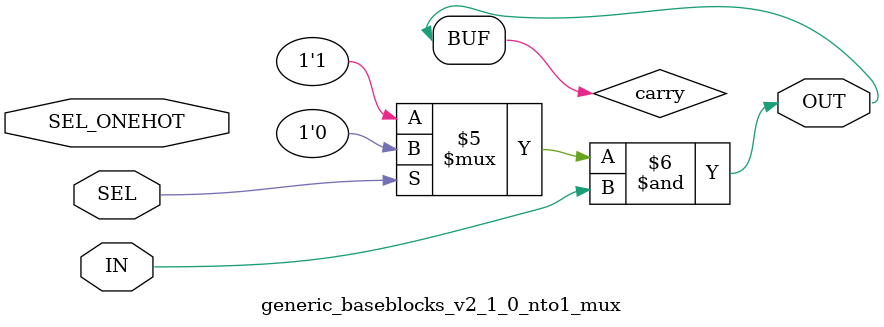
<source format=v>
`timescale 1ps/1ps


(* DowngradeIPIdentifiedWarnings="yes" *) 
module generic_baseblocks_v2_1_0_carry_and #
  (
   parameter         C_FAMILY                         = "virtex6"
                       // FPGA Family. Current version: virtex6 or spartan6.
   )
  (
   input  wire        CIN,
   input  wire        S,
   output wire        COUT
   );
  
  
  /////////////////////////////////////////////////////////////////////////////
  // Variables for generating parameter controlled instances.
  /////////////////////////////////////////////////////////////////////////////
  
  
  /////////////////////////////////////////////////////////////////////////////
  // Local params
  /////////////////////////////////////////////////////////////////////////////
  
  
  /////////////////////////////////////////////////////////////////////////////
  // Functions
  /////////////////////////////////////////////////////////////////////////////
  
  
  /////////////////////////////////////////////////////////////////////////////
  // Internal signals
  /////////////////////////////////////////////////////////////////////////////

  
  /////////////////////////////////////////////////////////////////////////////
  // Instantiate or use RTL code
  /////////////////////////////////////////////////////////////////////////////
  
  generate
    if ( C_FAMILY == "rtl" ) begin : USE_RTL
      assign COUT = CIN & S;
      
    end else begin : USE_FPGA
      MUXCY and_inst 
      (
       .O (COUT), 
       .CI (CIN), 
       .DI (1'b0), 
       .S (S)
      ); 
      
    end
  endgenerate
  
  
endmodule


// -- (c) Copyright 2010 - 2011 Xilinx, Inc. All rights reserved.
// --
// -- This file contains confidential and proprietary information
// -- of Xilinx, Inc. and is protected under U.S. and 
// -- international copyright and other intellectual property
// -- laws.
// --
// -- DISCLAIMER
// -- This disclaimer is not a license and does not grant any
// -- rights to the materials distributed herewith. Except as
// -- otherwise provided in a valid license issued to you by
// -- Xilinx, and to the maximum extent permitted by applicable
// -- law: (1) THESE MATERIALS ARE MADE AVAILABLE "AS IS" AND
// -- WITH ALL FAULTS, AND XILINX HEREBY DISCLAIMS ALL WARRANTIES
// -- AND CONDITIONS, EXPRESS, IMPLIED, OR STATUTORY, INCLUDING
// -- BUT NOT LIMITED TO WARRANTIES OF MERCHANTABILITY, NON-
// -- INFRINGEMENT, OR FITNESS FOR ANY PARTICULAR PURPOSE; and
// -- (2) Xilinx shall not be liable (whether in contract or tort,
// -- including negligence, or under any other theory of
// -- liability) for any loss or damage of any kind or nature
// -- related to, arising under or in connection with these
// -- materials, including for any direct, or any indirect,
// -- special, incidental, or consequential loss or damage
// -- (including loss of data, profits, goodwill, or any type of
// -- loss or damage suffered as a result of any action brought
// -- by a third party) even if such damage or loss was
// -- reasonably foreseeable or Xilinx had been advised of the
// -- possibility of the same.
// --
// -- CRITICAL APPLICATIONS
// -- Xilinx products are not designed or intended to be fail-
// -- safe, or for use in any application requiring fail-safe
// -- performance, such as life-support or safety devices or
// -- systems, Class III medical devices, nuclear facilities,
// -- applications related to the deployment of airbags, or any
// -- other applications that could lead to death, personal
// -- injury, or severe property or environmental damage
// -- (individually and collectively, "Critical
// -- Applications"). Customer assumes the sole risk and
// -- liability of any use of Xilinx products in Critical
// -- Applications, subject only to applicable laws and
// -- regulations governing limitations on product liability.
// --
// -- THIS COPYRIGHT NOTICE AND DISCLAIMER MUST BE RETAINED AS
// -- PART OF THIS FILE AT ALL TIMES.
//-----------------------------------------------------------------------------
//
// Description: 
//  Optimized AND with generic_baseblocks_v2_1_0_carry logic.
//
// Verilog-standard:  Verilog 2001
//--------------------------------------------------------------------------
//
// Structure:
//   
//
//--------------------------------------------------------------------------
`timescale 1ps/1ps


(* DowngradeIPIdentifiedWarnings="yes" *) 
module generic_baseblocks_v2_1_0_carry_latch_and #
  (
   parameter          C_FAMILY                         = "virtex6"
                       // FPGA Family. Current version: virtex6 or spartan6.
   )
  (
   input  wire        CIN,
   input  wire        I,
   output wire        O
   );
  
  
  /////////////////////////////////////////////////////////////////////////////
  // Variables for generating parameter controlled instances.
  /////////////////////////////////////////////////////////////////////////////
  
  
  /////////////////////////////////////////////////////////////////////////////
  // Local params
  /////////////////////////////////////////////////////////////////////////////
  
  
  /////////////////////////////////////////////////////////////////////////////
  // Functions
  /////////////////////////////////////////////////////////////////////////////
  
  
  /////////////////////////////////////////////////////////////////////////////
  // Internal signals
  /////////////////////////////////////////////////////////////////////////////

  
  /////////////////////////////////////////////////////////////////////////////
  // Instantiate or use RTL code
  /////////////////////////////////////////////////////////////////////////////
  
  generate
    if ( C_FAMILY == "rtl" ) begin : USE_RTL
      assign O = CIN & ~I;
      
    end else begin : USE_FPGA
      wire I_n;
      
      assign I_n = ~I;
    
      AND2B1L and2b1l_inst 
        (
         .O(O),
         .DI(CIN),
         .SRI(I_n)
        );
      
    end
  endgenerate
  
  
endmodule


// -- (c) Copyright 2010 - 2011 Xilinx, Inc. All rights reserved.
// --
// -- This file contains confidential and proprietary information
// -- of Xilinx, Inc. and is protected under U.S. and 
// -- international copyright and other intellectual property
// -- laws.
// --
// -- DISCLAIMER
// -- This disclaimer is not a license and does not grant any
// -- rights to the materials distributed herewith. Except as
// -- otherwise provided in a valid license issued to you by
// -- Xilinx, and to the maximum extent permitted by applicable
// -- law: (1) THESE MATERIALS ARE MADE AVAILABLE "AS IS" AND
// -- WITH ALL FAULTS, AND XILINX HEREBY DISCLAIMS ALL WARRANTIES
// -- AND CONDITIONS, EXPRESS, IMPLIED, OR STATUTORY, INCLUDING
// -- BUT NOT LIMITED TO WARRANTIES OF MERCHANTABILITY, NON-
// -- INFRINGEMENT, OR FITNESS FOR ANY PARTICULAR PURPOSE; and
// -- (2) Xilinx shall not be liable (whether in contract or tort,
// -- including negligence, or under any other theory of
// -- liability) for any loss or damage of any kind or nature
// -- related to, arising under or in connection with these
// -- materials, including for any direct, or any indirect,
// -- special, incidental, or consequential loss or damage
// -- (including loss of data, profits, goodwill, or any type of
// -- loss or damage suffered as a result of any action brought
// -- by a third party) even if such damage or loss was
// -- reasonably foreseeable or Xilinx had been advised of the
// -- possibility of the same.
// --
// -- CRITICAL APPLICATIONS
// -- Xilinx products are not designed or intended to be fail-
// -- safe, or for use in any application requiring fail-safe
// -- performance, such as life-support or safety devices or
// -- systems, Class III medical devices, nuclear facilities,
// -- applications related to the deployment of airbags, or any
// -- other applications that could lead to death, personal
// -- injury, or severe property or environmental damage
// -- (individually and collectively, "Critical
// -- Applications"). Customer assumes the sole risk and
// -- liability of any use of Xilinx products in Critical
// -- Applications, subject only to applicable laws and
// -- regulations governing limitations on product liability.
// --
// -- THIS COPYRIGHT NOTICE AND DISCLAIMER MUST BE RETAINED AS
// -- PART OF THIS FILE AT ALL TIMES.
//-----------------------------------------------------------------------------
//
// Description: 
//  Optimized OR with generic_baseblocks_v2_1_0_carry logic.
//
// Verilog-standard:  Verilog 2001
//--------------------------------------------------------------------------
//
// Structure:
//   
//
//--------------------------------------------------------------------------
`timescale 1ps/1ps


(* DowngradeIPIdentifiedWarnings="yes" *) 
module generic_baseblocks_v2_1_0_carry_latch_or #
  (
   parameter          C_FAMILY                         = "virtex6"
                       // FPGA Family. Current version: virtex6 or spartan6.
   )
  (
   input  wire        CIN,
   input  wire        I,
   output wire        O
   );
  
  
  /////////////////////////////////////////////////////////////////////////////
  // Variables for generating parameter controlled instances.
  /////////////////////////////////////////////////////////////////////////////
  
  
  /////////////////////////////////////////////////////////////////////////////
  // Local params
  /////////////////////////////////////////////////////////////////////////////
  
  
  /////////////////////////////////////////////////////////////////////////////
  // Functions
  /////////////////////////////////////////////////////////////////////////////
  
  
  /////////////////////////////////////////////////////////////////////////////
  // Internal signals
  /////////////////////////////////////////////////////////////////////////////
  
  
  /////////////////////////////////////////////////////////////////////////////
  // Instantiate or use RTL code
  /////////////////////////////////////////////////////////////////////////////
  
  generate
    if ( C_FAMILY == "rtl" ) begin : USE_RTL
      assign O = CIN | I;
      
    end else begin : USE_FPGA
      OR2L or2l_inst1
        (
         .O(O),
         .DI(CIN),
         .SRI(I)
        );
      
    end
  endgenerate
  
  
endmodule


// -- (c) Copyright 2010 - 2011 Xilinx, Inc. All rights reserved.
// --
// -- This file contains confidential and proprietary information
// -- of Xilinx, Inc. and is protected under U.S. and 
// -- international copyright and other intellectual property
// -- laws.
// --
// -- DISCLAIMER
// -- This disclaimer is not a license and does not grant any
// -- rights to the materials distributed herewith. Except as
// -- otherwise provided in a valid license issued to you by
// -- Xilinx, and to the maximum extent permitted by applicable
// -- law: (1) THESE MATERIALS ARE MADE AVAILABLE "AS IS" AND
// -- WITH ALL FAULTS, AND XILINX HEREBY DISCLAIMS ALL WARRANTIES
// -- AND CONDITIONS, EXPRESS, IMPLIED, OR STATUTORY, INCLUDING
// -- BUT NOT LIMITED TO WARRANTIES OF MERCHANTABILITY, NON-
// -- INFRINGEMENT, OR FITNESS FOR ANY PARTICULAR PURPOSE; and
// -- (2) Xilinx shall not be liable (whether in contract or tort,
// -- including negligence, or under any other theory of
// -- liability) for any loss or damage of any kind or nature
// -- related to, arising under or in connection with these
// -- materials, including for any direct, or any indirect,
// -- special, incidental, or consequential loss or damage
// -- (including loss of data, profits, goodwill, or any type of
// -- loss or damage suffered as a result of any action brought
// -- by a third party) even if such damage or loss was
// -- reasonably foreseeable or Xilinx had been advised of the
// -- possibility of the same.
// --
// -- CRITICAL APPLICATIONS
// -- Xilinx products are not designed or intended to be fail-
// -- safe, or for use in any application requiring fail-safe
// -- performance, such as life-support or safety devices or
// -- systems, Class III medical devices, nuclear facilities,
// -- applications related to the deployment of airbags, or any
// -- other applications that could lead to death, personal
// -- injury, or severe property or environmental damage
// -- (individually and collectively, "Critical
// -- Applications"). Customer assumes the sole risk and
// -- liability of any use of Xilinx products in Critical
// -- Applications, subject only to applicable laws and
// -- regulations governing limitations on product liability.
// --
// -- THIS COPYRIGHT NOTICE AND DISCLAIMER MUST BE RETAINED AS
// -- PART OF THIS FILE AT ALL TIMES.
//-----------------------------------------------------------------------------
//
// Description: 
//  Optimized OR with generic_baseblocks_v2_1_0_carry logic.
//
// Verilog-standard:  Verilog 2001
//--------------------------------------------------------------------------
//
// Structure:
//   
//
//--------------------------------------------------------------------------
`timescale 1ps/1ps


(* DowngradeIPIdentifiedWarnings="yes" *) 
module generic_baseblocks_v2_1_0_carry_or #
  (
   parameter         C_FAMILY                         = "virtex6"
                       // FPGA Family. Current version: virtex6 or spartan6.
   )
  (
   input  wire        CIN,
   input  wire        S,
   output wire        COUT
   );
  
  
  /////////////////////////////////////////////////////////////////////////////
  // Variables for generating parameter controlled instances.
  /////////////////////////////////////////////////////////////////////////////
  
  
  /////////////////////////////////////////////////////////////////////////////
  // Local params
  /////////////////////////////////////////////////////////////////////////////
  
  
  /////////////////////////////////////////////////////////////////////////////
  // Functions
  /////////////////////////////////////////////////////////////////////////////
  
  
  /////////////////////////////////////////////////////////////////////////////
  // Internal signals
  /////////////////////////////////////////////////////////////////////////////
  
  
  /////////////////////////////////////////////////////////////////////////////
  // Instantiate or use RTL code
  /////////////////////////////////////////////////////////////////////////////
  
  generate
    if ( C_FAMILY == "rtl" ) begin : USE_RTL
      assign COUT = CIN | S;
      
    end else begin : USE_FPGA
      wire S_n;
      
      assign S_n = ~S;
    
      MUXCY and_inst 
      (
       .O (COUT), 
       .CI (CIN), 
       .DI (1'b1), 
       .S (S_n)
      ); 
      
    end
  endgenerate
  
  
endmodule


// -- (c) Copyright 2010 - 2011 Xilinx, Inc. All rights reserved.
// --
// -- This file contains confidential and proprietary information
// -- of Xilinx, Inc. and is protected under U.S. and 
// -- international copyright and other intellectual property
// -- laws.
// --
// -- DISCLAIMER
// -- This disclaimer is not a license and does not grant any
// -- rights to the materials distributed herewith. Except as
// -- otherwise provided in a valid license issued to you by
// -- Xilinx, and to the maximum extent permitted by applicable
// -- law: (1) THESE MATERIALS ARE MADE AVAILABLE "AS IS" AND
// -- WITH ALL FAULTS, AND XILINX HEREBY DISCLAIMS ALL WARRANTIES
// -- AND CONDITIONS, EXPRESS, IMPLIED, OR STATUTORY, INCLUDING
// -- BUT NOT LIMITED TO WARRANTIES OF MERCHANTABILITY, NON-
// -- INFRINGEMENT, OR FITNESS FOR ANY PARTICULAR PURPOSE; and
// -- (2) Xilinx shall not be liable (whether in contract or tort,
// -- including negligence, or under any other theory of
// -- liability) for any loss or damage of any kind or nature
// -- related to, arising under or in connection with these
// -- materials, including for any direct, or any indirect,
// -- special, incidental, or consequential loss or damage
// -- (including loss of data, profits, goodwill, or any type of
// -- loss or damage suffered as a result of any action brought
// -- by a third party) even if such damage or loss was
// -- reasonably foreseeable or Xilinx had been advised of the
// -- possibility of the same.
// --
// -- CRITICAL APPLICATIONS
// -- Xilinx products are not designed or intended to be fail-
// -- safe, or for use in any application requiring fail-safe
// -- performance, such as life-support or safety devices or
// -- systems, Class III medical devices, nuclear facilities,
// -- applications related to the deployment of airbags, or any
// -- other applications that could lead to death, personal
// -- injury, or severe property or environmental damage
// -- (individually and collectively, "Critical
// -- Applications"). Customer assumes the sole risk and
// -- liability of any use of Xilinx products in Critical
// -- Applications, subject only to applicable laws and
// -- regulations governing limitations on product liability.
// --
// -- THIS COPYRIGHT NOTICE AND DISCLAIMER MUST BE RETAINED AS
// -- PART OF THIS FILE AT ALL TIMES.
//-----------------------------------------------------------------------------
//
// Description: 
//  Carry logic.
//
// Verilog-standard:  Verilog 2001
//--------------------------------------------------------------------------
//
// Structure:
//   
//
//--------------------------------------------------------------------------
`timescale 1ps/1ps


(* DowngradeIPIdentifiedWarnings="yes" *) 
module generic_baseblocks_v2_1_0_carry #
  (
   parameter         C_FAMILY                         = "virtex6"
                       // FPGA Family. Current version: virtex6 or spartan6.
   )
  (
   input  wire        CIN,
   input  wire        S,
   input  wire        DI,
   output wire        COUT
   );
  
  
  /////////////////////////////////////////////////////////////////////////////
  // Variables for generating parameter controlled instances.
  /////////////////////////////////////////////////////////////////////////////
  
  
  /////////////////////////////////////////////////////////////////////////////
  // Local params
  /////////////////////////////////////////////////////////////////////////////
  
  
  /////////////////////////////////////////////////////////////////////////////
  // Functions
  /////////////////////////////////////////////////////////////////////////////
  
  
  /////////////////////////////////////////////////////////////////////////////
  // Internal signals
  /////////////////////////////////////////////////////////////////////////////
  
  
  /////////////////////////////////////////////////////////////////////////////
  // Instantiate or use RTL code
  /////////////////////////////////////////////////////////////////////////////
  
  generate
    if ( C_FAMILY == "rtl" ) begin : USE_RTL
      assign COUT = (CIN & S) | (DI & ~S);
      
    end else begin : USE_FPGA
    
      MUXCY and_inst 
      (
       .O (COUT), 
       .CI (CIN), 
       .DI (DI), 
       .S (S)
      ); 
      
    end
  endgenerate
  
  
endmodule


// -- (c) Copyright 2010 - 2011 Xilinx, Inc. All rights reserved.
// --
// -- This file contains confidential and proprietary information
// -- of Xilinx, Inc. and is protected under U.S. and 
// -- international copyright and other intellectual property
// -- laws.
// --
// -- DISCLAIMER
// -- This disclaimer is not a license and does not grant any
// -- rights to the materials distributed herewith. Except as
// -- otherwise provided in a valid license issued to you by
// -- Xilinx, and to the maximum extent permitted by applicable
// -- law: (1) THESE MATERIALS ARE MADE AVAILABLE "AS IS" AND
// -- WITH ALL FAULTS, AND XILINX HEREBY DISCLAIMS ALL WARRANTIES
// -- AND CONDITIONS, EXPRESS, IMPLIED, OR STATUTORY, INCLUDING
// -- BUT NOT LIMITED TO WARRANTIES OF MERCHANTABILITY, NON-
// -- INFRINGEMENT, OR FITNESS FOR ANY PARTICULAR PURPOSE; and
// -- (2) Xilinx shall not be liable (whether in contract or tort,
// -- including negligence, or under any other theory of
// -- liability) for any loss or damage of any kind or nature
// -- related to, arising under or in connection with these
// -- materials, including for any direct, or any indirect,
// -- special, incidental, or consequential loss or damage
// -- (including loss of data, profits, goodwill, or any type of
// -- loss or damage suffered as a result of any action brought
// -- by a third party) even if such damage or loss was
// -- reasonably foreseeable or Xilinx had been advised of the
// -- possibility of the same.
// --
// -- CRITICAL APPLICATIONS
// -- Xilinx products are not designed or intended to be fail-
// -- safe, or for use in any application requiring fail-safe
// -- performance, such as life-support or safety devices or
// -- systems, Class III medical devices, nuclear facilities,
// -- applications related to the deployment of airbags, or any
// -- other applications that could lead to death, personal
// -- injury, or severe property or environmental damage
// -- (individually and collectively, "Critical
// -- Applications"). Customer assumes the sole risk and
// -- liability of any use of Xilinx products in Critical
// -- Applications, subject only to applicable laws and
// -- regulations governing limitations on product liability.
// --
// -- THIS COPYRIGHT NOTICE AND DISCLAIMER MUST BE RETAINED AS
// -- PART OF THIS FILE AT ALL TIMES.
//-----------------------------------------------------------------------------
//
// Description: 
//  Optimized 16/32 word deep FIFO.
//
// Verilog-standard:  Verilog 2001
//--------------------------------------------------------------------------
//
// Structure:
//   
//
//--------------------------------------------------------------------------
`timescale 1ps/1ps


(* DowngradeIPIdentifiedWarnings="yes" *) 
module generic_baseblocks_v2_1_0_command_fifo #
  (
   parameter         C_FAMILY                        = "virtex6",
   parameter integer C_ENABLE_S_VALID_CARRY          = 0,
   parameter integer C_ENABLE_REGISTERED_OUTPUT      = 0,
   parameter integer C_FIFO_DEPTH_LOG                = 5,      // FIFO depth = 2**C_FIFO_DEPTH_LOG
                                                               // Range = [4:5].
   parameter integer C_FIFO_WIDTH                    = 64      // Width of payload [1:512]
   )
  (
   // Global inputs
   input  wire                        ACLK,    // Clock
   input  wire                        ARESET,  // Reset
   // Information
   output wire                        EMPTY,   // FIFO empty (all stages)
   // Slave  Port
   input  wire [C_FIFO_WIDTH-1:0]     S_MESG,  // Payload (may be any set of channel signals)
   input  wire                        S_VALID, // FIFO push
   output wire                        S_READY, // FIFO not full
   // Master  Port
   output wire [C_FIFO_WIDTH-1:0]     M_MESG,  // Payload
   output wire                        M_VALID, // FIFO not empty
   input  wire                        M_READY  // FIFO pop
   );

  /////////////////////////////////////////////////////////////////////////////
  // Variables for generating parameter controlled instances.
  /////////////////////////////////////////////////////////////////////////////
  
  // Generate variable for data vector.
  genvar addr_cnt;
  genvar bit_cnt;
  integer index;
  
  
  /////////////////////////////////////////////////////////////////////////////
  // Internal signals
  /////////////////////////////////////////////////////////////////////////////
  
  wire [C_FIFO_DEPTH_LOG-1:0] addr;
  wire                        buffer_Full;
  wire                        buffer_Empty;
  
  wire                        next_Data_Exists;
  reg                         data_Exists_I = 1'b0;
  
  wire                        valid_Write;
  wire                        new_write;
  
  wire [C_FIFO_DEPTH_LOG-1:0] hsum_A;
  wire [C_FIFO_DEPTH_LOG-1:0] sum_A;
  wire [C_FIFO_DEPTH_LOG-1:0] addr_cy;

  wire                        buffer_full_early;
  
  wire [C_FIFO_WIDTH-1:0]     M_MESG_I;   // Payload
  wire                        M_VALID_I;  // FIFO not empty
  wire                        M_READY_I;  // FIFO pop
  
  /////////////////////////////////////////////////////////////////////////////
  // Create Flags 
  /////////////////////////////////////////////////////////////////////////////
  
  assign buffer_full_early  = ( (addr == {{C_FIFO_DEPTH_LOG-1{1'b1}}, 1'b0}) & valid_Write & ~M_READY_I ) |
                              ( buffer_Full & ~M_READY_I );

  assign S_READY            = ~buffer_Full;

  assign buffer_Empty       = (addr == {C_FIFO_DEPTH_LOG{1'b0}});

  assign next_Data_Exists   = (data_Exists_I & ~buffer_Empty) |
                              (buffer_Empty & S_VALID) |
                              (data_Exists_I & ~(M_READY_I & data_Exists_I));

  always @ (posedge ACLK) begin
    if (ARESET) begin
      data_Exists_I <= 1'b0;
    end else begin
      data_Exists_I <= next_Data_Exists;
    end
  end

  assign M_VALID_I = data_Exists_I;
  
  // Select RTL or FPGA optimized instatiations for critical parts.
  generate
    if ( C_FAMILY == "rtl" || C_ENABLE_S_VALID_CARRY == 0 ) begin : USE_RTL_VALID_WRITE
      reg                         buffer_Full_q = 1'b0;
      
      assign valid_Write = S_VALID & ~buffer_Full;
      
      assign new_write = (S_VALID | ~buffer_Empty);
     
      assign addr_cy[0] = valid_Write;
      
      always @ (posedge ACLK) begin
        if (ARESET) begin
          buffer_Full_q <= 1'b0;
        end else if ( data_Exists_I ) begin
          buffer_Full_q <= buffer_full_early;
        end
      end
      assign buffer_Full = buffer_Full_q;
      
    end else begin : USE_FPGA_VALID_WRITE
      wire s_valid_dummy1;
      wire s_valid_dummy2;
      wire sel_s_valid;
      wire sel_new_write;
      wire valid_Write_dummy1;
      wire valid_Write_dummy2;
      
      assign sel_s_valid = ~buffer_Full;
      
      generic_baseblocks_v2_1_0_carry_and #
        (
         .C_FAMILY(C_FAMILY)
         ) s_valid_dummy_inst1
        (
         .CIN(S_VALID),
         .S(1'b1),
         .COUT(s_valid_dummy1)
         );
      
      generic_baseblocks_v2_1_0_carry_and #
        (
         .C_FAMILY(C_FAMILY)
         ) s_valid_dummy_inst2
        (
         .CIN(s_valid_dummy1),
         .S(1'b1),
         .COUT(s_valid_dummy2)
         );
      
      generic_baseblocks_v2_1_0_carry_and #
        (
         .C_FAMILY(C_FAMILY)
         ) valid_write_inst
        (
         .CIN(s_valid_dummy2),
         .S(sel_s_valid),
         .COUT(valid_Write)
         );
      
      assign sel_new_write = ~buffer_Empty;
       
      generic_baseblocks_v2_1_0_carry_latch_or #
        (
         .C_FAMILY(C_FAMILY)
         ) new_write_inst
        (
         .CIN(valid_Write),
         .I(sel_new_write),
         .O(new_write)
         );
         
      generic_baseblocks_v2_1_0_carry_and #
        (
         .C_FAMILY(C_FAMILY)
         ) valid_write_dummy_inst1
        (
         .CIN(valid_Write),
         .S(1'b1),
         .COUT(valid_Write_dummy1)
         );
      
      generic_baseblocks_v2_1_0_carry_and #
        (
         .C_FAMILY(C_FAMILY)
         ) valid_write_dummy_inst2
        (
         .CIN(valid_Write_dummy1),
         .S(1'b1),
         .COUT(valid_Write_dummy2)
         );
      
      generic_baseblocks_v2_1_0_carry_and #
        (
         .C_FAMILY(C_FAMILY)
         ) valid_write_dummy_inst3
        (
         .CIN(valid_Write_dummy2),
         .S(1'b1),
         .COUT(addr_cy[0])
         );
      
      FDRE #(
       .INIT(1'b0)              // Initial value of register (1'b0 or 1'b1)
       ) FDRE_I1 (
       .Q(buffer_Full),         // Data output
       .C(ACLK),                // Clock input
       .CE(data_Exists_I),      // Clock enable input
       .R(ARESET),              // Synchronous reset input
       .D(buffer_full_early)    // Data input
       );
       
    end
  endgenerate
      
    
  /////////////////////////////////////////////////////////////////////////////
  // Create address pointer
  /////////////////////////////////////////////////////////////////////////////

  generate
    if ( C_FAMILY == "rtl" ) begin : USE_RTL_ADDR
    
      reg  [C_FIFO_DEPTH_LOG-1:0] addr_q = {C_FIFO_DEPTH_LOG{1'b0}};
      
      always @ (posedge ACLK) begin
        if (ARESET) begin
          addr_q <= {C_FIFO_DEPTH_LOG{1'b0}};
        end else if ( data_Exists_I ) begin
          if ( valid_Write & ~(M_READY_I & data_Exists_I) ) begin
            addr_q <= addr_q + 1'b1;
          end else if ( ~valid_Write & (M_READY_I & data_Exists_I) & ~buffer_Empty ) begin
            addr_q <= addr_q - 1'b1;
          end
          else begin
            addr_q <= addr_q;
          end
        end
        else begin
          addr_q <= addr_q;
        end
      end
      
      assign addr = addr_q;
      
    end else begin : USE_FPGA_ADDR
      for (addr_cnt = 0; addr_cnt < C_FIFO_DEPTH_LOG ; addr_cnt = addr_cnt + 1) begin : ADDR_GEN
        assign hsum_A[addr_cnt] = ((M_READY_I & data_Exists_I) ^ addr[addr_cnt]) & new_write;
        
        // Don't need the last muxcy, addr_cy(last) is not used anywhere
        if ( addr_cnt < C_FIFO_DEPTH_LOG - 1 ) begin : USE_MUXCY
          MUXCY MUXCY_inst (
           .DI(addr[addr_cnt]),
           .CI(addr_cy[addr_cnt]),
           .S(hsum_A[addr_cnt]),
           .O(addr_cy[addr_cnt+1])
           );
           
        end
        else begin : NO_MUXCY
        end
        
        XORCY XORCY_inst (
         .LI(hsum_A[addr_cnt]),
         .CI(addr_cy[addr_cnt]),
         .O(sum_A[addr_cnt])
         );
        
        FDRE #(
         .INIT(1'b0)             // Initial value of register (1'b0 or 1'b1)
         ) FDRE_inst (
         .Q(addr[addr_cnt]),     // Data output
         .C(ACLK),               // Clock input
         .CE(data_Exists_I),     // Clock enable input
         .R(ARESET),             // Synchronous reset input
         .D(sum_A[addr_cnt])     // Data input
         );
        
      end // end for bit_cnt
    end // C_FAMILY
  endgenerate
      
      
  /////////////////////////////////////////////////////////////////////////////
  // Data storage
  /////////////////////////////////////////////////////////////////////////////
  
  generate
    if ( C_FAMILY == "rtl" ) begin : USE_RTL_FIFO
      reg  [C_FIFO_WIDTH-1:0] data_srl[2 ** C_FIFO_DEPTH_LOG-1:0];
      
      always @ (posedge ACLK) begin
        if ( valid_Write ) begin
          for (index = 0; index < 2 ** C_FIFO_DEPTH_LOG-1 ; index = index + 1) begin
            data_srl[index+1] <= data_srl[index];
          end
          data_srl[0]   <= S_MESG;
        end
      end
      
      assign M_MESG_I = data_srl[addr];
      
    end else begin : USE_FPGA_FIFO
      for (bit_cnt = 0; bit_cnt < C_FIFO_WIDTH ; bit_cnt = bit_cnt + 1) begin : DATA_GEN
        
        if ( C_FIFO_DEPTH_LOG == 5 ) begin : USE_32
            SRLC32E # (
             .INIT(32'h00000000)    // Initial Value of Shift Register
            ) SRLC32E_inst (
             .Q(M_MESG_I[bit_cnt]), // SRL data output
             .Q31(),                // SRL cascade output pin
             .A(addr),              // 5-bit shift depth select input
             .CE(valid_Write),      // Clock enable input
             .CLK(ACLK),            // Clock input
             .D(S_MESG[bit_cnt])    // SRL data input
            );
        end else begin : USE_16
            SRLC16E # (
             .INIT(32'h00000000)    // Initial Value of Shift Register
            ) SRLC16E_inst (
             .Q(M_MESG_I[bit_cnt]), // SRL data output
             .Q15(),                // SRL cascade output pin
             .A0(addr[0]),          // 4-bit shift depth select input 0
             .A1(addr[1]),          // 4-bit shift depth select input 1
             .A2(addr[2]),          // 4-bit shift depth select input 2
             .A3(addr[3]),          // 4-bit shift depth select input 3
             .CE(valid_Write),      // Clock enable input
             .CLK(ACLK),            // Clock input
             .D(S_MESG[bit_cnt])    // SRL data input
            );
        end // C_FIFO_DEPTH_LOG
      
      end // end for bit_cnt
    end // C_FAMILY
  endgenerate
  
  
  /////////////////////////////////////////////////////////////////////////////
  // Pipeline stage
  /////////////////////////////////////////////////////////////////////////////
  
  generate
    if ( C_ENABLE_REGISTERED_OUTPUT != 0 ) begin : USE_FF_OUT
      
      wire [C_FIFO_WIDTH-1:0]     M_MESG_FF;    // Payload
      wire                        M_VALID_FF;   // FIFO not empty
      
      // Select RTL or FPGA optimized instatiations for critical parts.
      if ( C_FAMILY == "rtl" ) begin : USE_RTL_OUTPUT_PIPELINE
      
        reg  [C_FIFO_WIDTH-1:0]     M_MESG_Q;   // Payload
        reg                         M_VALID_Q = 1'b0;  // FIFO not empty
        
        always @ (posedge ACLK) begin
          if (ARESET) begin
            M_MESG_Q    <= {C_FIFO_WIDTH{1'b0}};
            M_VALID_Q   <= 1'b0;
          end else begin
            if ( M_READY_I ) begin
              M_MESG_Q    <= M_MESG_I;
              M_VALID_Q   <= M_VALID_I;
            end
          end
        end
      
        assign M_MESG_FF     = M_MESG_Q;
        assign M_VALID_FF    = M_VALID_Q;
        
      end else begin : USE_FPGA_OUTPUT_PIPELINE
      
        reg  [C_FIFO_WIDTH-1:0]     M_MESG_CMB;   // Payload
        reg                         M_VALID_CMB;  // FIFO not empty
        
        always @ *
        begin
          if ( M_READY_I ) begin
            M_MESG_CMB  <= M_MESG_I;
            M_VALID_CMB <= M_VALID_I;
          end else begin
            M_MESG_CMB  <= M_MESG_FF;
            M_VALID_CMB <= M_VALID_FF;
          end
        end
        
        for (bit_cnt = 0; bit_cnt < C_FIFO_WIDTH ; bit_cnt = bit_cnt + 1) begin : DATA_GEN
              
          FDRE #(
           .INIT(1'b0)                    // Initial value of register (1'b0 or 1'b1)
           ) FDRE_inst (
           .Q(M_MESG_FF[bit_cnt]),        // Data output
           .C(ACLK),                      // Clock input
           .CE(1'b1),                     // Clock enable input
           .R(ARESET),                    // Synchronous reset input
           .D(M_MESG_CMB[bit_cnt])        // Data input
           );
        end // end for bit_cnt
            
        FDRE #(
         .INIT(1'b0)                    // Initial value of register (1'b0 or 1'b1)
         ) FDRE_inst (
         .Q(M_VALID_FF),                // Data output
         .C(ACLK),                      // Clock input
         .CE(1'b1),                     // Clock enable input
         .R(ARESET),                    // Synchronous reset input
         .D(M_VALID_CMB)                // Data input
         );
      
      end
      
      assign EMPTY      = ~M_VALID_I & ~M_VALID_FF;
      assign M_MESG     = M_MESG_FF;
      assign M_VALID    = M_VALID_FF;
      assign M_READY_I  = ( M_READY & M_VALID_FF ) | ~M_VALID_FF;
      
    end else begin : NO_FF_OUT
      
      assign EMPTY      = ~M_VALID_I;
      assign M_MESG     = M_MESG_I;
      assign M_VALID    = M_VALID_I;
      assign M_READY_I  = M_READY;
      
    end
  endgenerate

endmodule


// -- (c) Copyright 2010 - 2011 Xilinx, Inc. All rights reserved.
// --
// -- This file contains confidential and proprietary information
// -- of Xilinx, Inc. and is protected under U.S. and 
// -- international copyright and other intellectual property
// -- laws.
// --
// -- DISCLAIMER
// -- This disclaimer is not a license and does not grant any
// -- rights to the materials distributed herewith. Except as
// -- otherwise provided in a valid license issued to you by
// -- Xilinx, and to the maximum extent permitted by applicable
// -- law: (1) THESE MATERIALS ARE MADE AVAILABLE "AS IS" AND
// -- WITH ALL FAULTS, AND XILINX HEREBY DISCLAIMS ALL WARRANTIES
// -- AND CONDITIONS, EXPRESS, IMPLIED, OR STATUTORY, INCLUDING
// -- BUT NOT LIMITED TO WARRANTIES OF MERCHANTABILITY, NON-
// -- INFRINGEMENT, OR FITNESS FOR ANY PARTICULAR PURPOSE; and
// -- (2) Xilinx shall not be liable (whether in contract or tort,
// -- including negligence, or under any other theory of
// -- liability) for any loss or damage of any kind or nature
// -- related to, arising under or in connection with these
// -- materials, including for any direct, or any indirect,
// -- special, incidental, or consequential loss or damage
// -- (including loss of data, profits, goodwill, or any type of
// -- loss or damage suffered as a result of any action brought
// -- by a third party) even if such damage or loss was
// -- reasonably foreseeable or Xilinx had been advised of the
// -- possibility of the same.
// --
// -- CRITICAL APPLICATIONS
// -- Xilinx products are not designed or intended to be fail-
// -- safe, or for use in any application requiring fail-safe
// -- performance, such as life-support or safety devices or
// -- systems, Class III medical devices, nuclear facilities,
// -- applications related to the deployment of airbags, or any
// -- other applications that could lead to death, personal
// -- injury, or severe property or environmental damage
// -- (individually and collectively, "Critical
// -- Applications"). Customer assumes the sole risk and
// -- liability of any use of Xilinx products in Critical
// -- Applications, subject only to applicable laws and
// -- regulations governing limitations on product liability.
// --
// -- THIS COPYRIGHT NOTICE AND DISCLAIMER MUST BE RETAINED AS
// -- PART OF THIS FILE AT ALL TIMES.
//-----------------------------------------------------------------------------
//
// Description: 
//  Optimized COMPARATOR (against constant) with generic_baseblocks_v2_1_0_carry logic.
//
// Verilog-standard:  Verilog 2001
//--------------------------------------------------------------------------
//
// Structure:
//   
//
//--------------------------------------------------------------------------
`timescale 1ps/1ps

(* DowngradeIPIdentifiedWarnings="yes" *) 
module generic_baseblocks_v2_1_0_comparator_mask_static #
  (
   parameter         C_FAMILY                         = "virtex6", 
                       // FPGA Family. Current version: virtex6 or spartan6.
   parameter         C_VALUE                          = 4'b0,
                       // Static value to compare against.
   parameter integer C_DATA_WIDTH                     = 4
                       // Data width for comparator.
   )
  (
   input  wire                    CIN,
   input  wire [C_DATA_WIDTH-1:0] A,
   input  wire [C_DATA_WIDTH-1:0] M,
   output wire                    COUT
   );
  
  
  /////////////////////////////////////////////////////////////////////////////
  // Variables for generating parameter controlled instances.
  /////////////////////////////////////////////////////////////////////////////
  
  // Generate variable for bit vector.
  genvar lut_cnt;
  
  
  /////////////////////////////////////////////////////////////////////////////
  // Local params
  /////////////////////////////////////////////////////////////////////////////
  
  // Bits per LUT for this architecture.
  localparam integer C_BITS_PER_LUT   = 3;
  
  // Constants for packing levels.
  localparam integer C_NUM_LUT        = ( C_DATA_WIDTH + C_BITS_PER_LUT - 1 ) / C_BITS_PER_LUT;
  
  // 
  localparam integer C_FIX_DATA_WIDTH = ( C_NUM_LUT * C_BITS_PER_LUT > C_DATA_WIDTH ) ? C_NUM_LUT * C_BITS_PER_LUT :
                                        C_DATA_WIDTH;
  
  
  /////////////////////////////////////////////////////////////////////////////
  // Functions
  /////////////////////////////////////////////////////////////////////////////
  
  
  /////////////////////////////////////////////////////////////////////////////
  // Internal signals
  /////////////////////////////////////////////////////////////////////////////
  
  wire [C_FIX_DATA_WIDTH-1:0] a_local;
  wire [C_FIX_DATA_WIDTH-1:0] b_local;
  wire [C_FIX_DATA_WIDTH-1:0] m_local;
  wire [C_NUM_LUT-1:0]        sel;
  wire [C_NUM_LUT:0]          carry_local;
  
  
  /////////////////////////////////////////////////////////////////////////////
  // 
  /////////////////////////////////////////////////////////////////////////////
  
  generate
    // Assign input to local vectors.
    assign carry_local[0] = CIN;
    
    // Extend input data to fit.
    if ( C_NUM_LUT * C_BITS_PER_LUT > C_DATA_WIDTH ) begin : USE_EXTENDED_DATA
      assign a_local        = {A,       {C_NUM_LUT * C_BITS_PER_LUT - C_DATA_WIDTH{1'b0}}};
      assign b_local        = {C_VALUE, {C_NUM_LUT * C_BITS_PER_LUT - C_DATA_WIDTH{1'b0}}};
      assign m_local        = {M, {C_NUM_LUT * C_BITS_PER_LUT - C_DATA_WIDTH{1'b0}}};
    end else begin : NO_EXTENDED_DATA
      assign a_local        = A;
      assign b_local        = C_VALUE;
      assign m_local        = M;
    end
    
    // Instantiate one generic_baseblocks_v2_1_0_carry and per level.
    for (lut_cnt = 0; lut_cnt < C_NUM_LUT ; lut_cnt = lut_cnt + 1) begin : LUT_LEVEL
      // Create the local select signal
      assign sel[lut_cnt] = ( ( a_local[lut_cnt*C_BITS_PER_LUT +: C_BITS_PER_LUT] &
                                m_local[lut_cnt*C_BITS_PER_LUT +: C_BITS_PER_LUT] ) == 
                              ( b_local[lut_cnt*C_BITS_PER_LUT +: C_BITS_PER_LUT] &
                                m_local[lut_cnt*C_BITS_PER_LUT +: C_BITS_PER_LUT] ) );
    
      // Instantiate each LUT level.
      generic_baseblocks_v2_1_0_carry_and # 
      (
       .C_FAMILY(C_FAMILY)
      ) compare_inst 
      (
       .COUT  (carry_local[lut_cnt+1]),
       .CIN   (carry_local[lut_cnt]),
       .S     (sel[lut_cnt])
      ); 
      
    end // end for lut_cnt
    
    // Assign output from local vector.
    assign COUT = carry_local[C_NUM_LUT];
    
  endgenerate
  
  
endmodule


// -- (c) Copyright 2010 - 2011 Xilinx, Inc. All rights reserved.
// --
// -- This file contains confidential and proprietary information
// -- of Xilinx, Inc. and is protected under U.S. and 
// -- international copyright and other intellectual property
// -- laws.
// --
// -- DISCLAIMER
// -- This disclaimer is not a license and does not grant any
// -- rights to the materials distributed herewith. Except as
// -- otherwise provided in a valid license issued to you by
// -- Xilinx, and to the maximum extent permitted by applicable
// -- law: (1) THESE MATERIALS ARE MADE AVAILABLE "AS IS" AND
// -- WITH ALL FAULTS, AND XILINX HEREBY DISCLAIMS ALL WARRANTIES
// -- AND CONDITIONS, EXPRESS, IMPLIED, OR STATUTORY, INCLUDING
// -- BUT NOT LIMITED TO WARRANTIES OF MERCHANTABILITY, NON-
// -- INFRINGEMENT, OR FITNESS FOR ANY PARTICULAR PURPOSE; and
// -- (2) Xilinx shall not be liable (whether in contract or tort,
// -- including negligence, or under any other theory of
// -- liability) for any loss or damage of any kind or nature
// -- related to, arising under or in connection with these
// -- materials, including for any direct, or any indirect,
// -- special, incidental, or consequential loss or damage
// -- (including loss of data, profits, goodwill, or any type of
// -- loss or damage suffered as a result of any action brought
// -- by a third party) even if such damage or loss was
// -- reasonably foreseeable or Xilinx had been advised of the
// -- possibility of the same.
// --
// -- CRITICAL APPLICATIONS
// -- Xilinx products are not designed or intended to be fail-
// -- safe, or for use in any application requiring fail-safe
// -- performance, such as life-support or safety devices or
// -- systems, Class III medical devices, nuclear facilities,
// -- applications related to the deployment of airbags, or any
// -- other applications that could lead to death, personal
// -- injury, or severe property or environmental damage
// -- (individually and collectively, "Critical
// -- Applications"). Customer assumes the sole risk and
// -- liability of any use of Xilinx products in Critical
// -- Applications, subject only to applicable laws and
// -- regulations governing limitations on product liability.
// --
// -- THIS COPYRIGHT NOTICE AND DISCLAIMER MUST BE RETAINED AS
// -- PART OF THIS FILE AT ALL TIMES.
//-----------------------------------------------------------------------------
//
// Description: 
//  Optimized COMPARATOR with generic_baseblocks_v2_1_0_carry logic.
//
// Verilog-standard:  Verilog 2001
//--------------------------------------------------------------------------
//
// Structure:
//   
//
//--------------------------------------------------------------------------
`timescale 1ps/1ps

(* DowngradeIPIdentifiedWarnings="yes" *) 
module generic_baseblocks_v2_1_0_comparator_mask #
  (
   parameter         C_FAMILY                         = "virtex6", 
                       // FPGA Family. Current version: virtex6 or spartan6.
   parameter integer C_DATA_WIDTH                     = 4
                       // Data width for comparator.
   )
  (
   input  wire                    CIN,
   input  wire [C_DATA_WIDTH-1:0] A,
   input  wire [C_DATA_WIDTH-1:0] B,
   input  wire [C_DATA_WIDTH-1:0] M,
   output wire                    COUT
   );
  
  
  /////////////////////////////////////////////////////////////////////////////
  // Variables for generating parameter controlled instances.
  /////////////////////////////////////////////////////////////////////////////
  
  // Generate variable for bit vector.
  genvar lut_cnt;
  
  
  /////////////////////////////////////////////////////////////////////////////
  // Local params
  /////////////////////////////////////////////////////////////////////////////
  
  // Bits per LUT for this architecture.
  localparam integer C_BITS_PER_LUT   = 2;
  
  // Constants for packing levels.
  localparam integer C_NUM_LUT        = ( C_DATA_WIDTH + C_BITS_PER_LUT - 1 ) / C_BITS_PER_LUT;
  
  // 
  localparam integer C_FIX_DATA_WIDTH = ( C_NUM_LUT * C_BITS_PER_LUT > C_DATA_WIDTH ) ? C_NUM_LUT * C_BITS_PER_LUT :
                                        C_DATA_WIDTH;
  
  
  /////////////////////////////////////////////////////////////////////////////
  // Functions
  /////////////////////////////////////////////////////////////////////////////
  
  
  /////////////////////////////////////////////////////////////////////////////
  // Internal signals
  /////////////////////////////////////////////////////////////////////////////
  
  wire [C_FIX_DATA_WIDTH-1:0] a_local;
  wire [C_FIX_DATA_WIDTH-1:0] b_local;
  wire [C_FIX_DATA_WIDTH-1:0] m_local;
  wire [C_NUM_LUT-1:0]        sel;
  wire [C_NUM_LUT:0]          carry_local;
  
  
  /////////////////////////////////////////////////////////////////////////////
  // 
  /////////////////////////////////////////////////////////////////////////////
  
  generate
    // Assign input to local vectors.
    assign carry_local[0] = CIN;
    
    // Extend input data to fit.
    if ( C_NUM_LUT * C_BITS_PER_LUT > C_DATA_WIDTH ) begin : USE_EXTENDED_DATA
      assign a_local        = {A, {C_NUM_LUT * C_BITS_PER_LUT - C_DATA_WIDTH{1'b0}}};
      assign b_local        = {B, {C_NUM_LUT * C_BITS_PER_LUT - C_DATA_WIDTH{1'b0}}};
      assign m_local        = {M, {C_NUM_LUT * C_BITS_PER_LUT - C_DATA_WIDTH{1'b0}}};
    end else begin : NO_EXTENDED_DATA
      assign a_local        = A;
      assign b_local        = B;
      assign m_local        = M;
    end
  
    // Instantiate one generic_baseblocks_v2_1_0_carry and per level.
    for (lut_cnt = 0; lut_cnt < C_NUM_LUT ; lut_cnt = lut_cnt + 1) begin : LUT_LEVEL
      // Create the local select signal
      assign sel[lut_cnt] = ( ( a_local[lut_cnt*C_BITS_PER_LUT +: C_BITS_PER_LUT] &
                                m_local[lut_cnt*C_BITS_PER_LUT +: C_BITS_PER_LUT] ) == 
                              ( b_local[lut_cnt*C_BITS_PER_LUT +: C_BITS_PER_LUT] &
                                m_local[lut_cnt*C_BITS_PER_LUT +: C_BITS_PER_LUT] ) );
    
      // Instantiate each LUT level.
      generic_baseblocks_v2_1_0_carry_and # 
      (
       .C_FAMILY(C_FAMILY)
      ) compare_inst 
      (
       .COUT  (carry_local[lut_cnt+1]),
       .CIN   (carry_local[lut_cnt]),
       .S     (sel[lut_cnt])
      ); 
      
    end // end for lut_cnt
    
    // Assign output from local vector.
    assign COUT = carry_local[C_NUM_LUT];
    
  endgenerate
  
  
endmodule


// -- (c) Copyright 2010 - 2011 Xilinx, Inc. All rights reserved.
// --
// -- This file contains confidential and proprietary information
// -- of Xilinx, Inc. and is protected under U.S. and 
// -- international copyright and other intellectual property
// -- laws.
// --
// -- DISCLAIMER
// -- This disclaimer is not a license and does not grant any
// -- rights to the materials distributed herewith. Except as
// -- otherwise provided in a valid license issued to you by
// -- Xilinx, and to the maximum extent permitted by applicable
// -- law: (1) THESE MATERIALS ARE MADE AVAILABLE "AS IS" AND
// -- WITH ALL FAULTS, AND XILINX HEREBY DISCLAIMS ALL WARRANTIES
// -- AND CONDITIONS, EXPRESS, IMPLIED, OR STATUTORY, INCLUDING
// -- BUT NOT LIMITED TO WARRANTIES OF MERCHANTABILITY, NON-
// -- INFRINGEMENT, OR FITNESS FOR ANY PARTICULAR PURPOSE; and
// -- (2) Xilinx shall not be liable (whether in contract or tort,
// -- including negligence, or under any other theory of
// -- liability) for any loss or damage of any kind or nature
// -- related to, arising under or in connection with these
// -- materials, including for any direct, or any indirect,
// -- special, incidental, or consequential loss or damage
// -- (including loss of data, profits, goodwill, or any type of
// -- loss or damage suffered as a result of any action brought
// -- by a third party) even if such damage or loss was
// -- reasonably foreseeable or Xilinx had been advised of the
// -- possibility of the same.
// --
// -- CRITICAL APPLICATIONS
// -- Xilinx products are not designed or intended to be fail-
// -- safe, or for use in any application requiring fail-safe
// -- performance, such as life-support or safety devices or
// -- systems, Class III medical devices, nuclear facilities,
// -- applications related to the deployment of airbags, or any
// -- other applications that could lead to death, personal
// -- injury, or severe property or environmental damage
// -- (individually and collectively, "Critical
// -- Applications"). Customer assumes the sole risk and
// -- liability of any use of Xilinx products in Critical
// -- Applications, subject only to applicable laws and
// -- regulations governing limitations on product liability.
// --
// -- THIS COPYRIGHT NOTICE AND DISCLAIMER MUST BE RETAINED AS
// -- PART OF THIS FILE AT ALL TIMES.
//-----------------------------------------------------------------------------
//
// Description: 
//  Optimized COMPARATOR (against constant) with generic_baseblocks_v2_1_0_carry logic.
//
// Verilog-standard:  Verilog 2001
//--------------------------------------------------------------------------
//
// Structure:
//   
//
//--------------------------------------------------------------------------
`timescale 1ps/1ps

(* DowngradeIPIdentifiedWarnings="yes" *) 
module generic_baseblocks_v2_1_0_comparator_sel_mask_static #
  (
   parameter         C_FAMILY                         = "virtex6", 
                       // FPGA Family. Current version: virtex6 or spartan6.
   parameter         C_VALUE                          = 4'b0,
                       // Static value to compare against.
   parameter integer C_DATA_WIDTH                     = 4
                       // Data width for comparator.
   )
  (
   input  wire                    CIN,
   input  wire                    S,
   input  wire [C_DATA_WIDTH-1:0] A,
   input  wire [C_DATA_WIDTH-1:0] B,
   input  wire [C_DATA_WIDTH-1:0] M,
   output wire                    COUT
   );
  
  
  /////////////////////////////////////////////////////////////////////////////
  // Variables for generating parameter controlled instances.
  /////////////////////////////////////////////////////////////////////////////
  
  // Generate variable for bit vector.
  genvar lut_cnt;
  
  
  /////////////////////////////////////////////////////////////////////////////
  // Local params
  /////////////////////////////////////////////////////////////////////////////
  
  // Bits per LUT for this architecture.
  localparam integer C_BITS_PER_LUT   = 1;
  
  // Constants for packing levels.
  localparam integer C_NUM_LUT        = ( C_DATA_WIDTH + C_BITS_PER_LUT - 1 ) / C_BITS_PER_LUT;
  
  // 
  localparam integer C_FIX_DATA_WIDTH = ( C_NUM_LUT * C_BITS_PER_LUT > C_DATA_WIDTH ) ? C_NUM_LUT * C_BITS_PER_LUT :
                                        C_DATA_WIDTH;
  
  
  /////////////////////////////////////////////////////////////////////////////
  // Functions
  /////////////////////////////////////////////////////////////////////////////
  
  
  /////////////////////////////////////////////////////////////////////////////
  // Internal signals
  /////////////////////////////////////////////////////////////////////////////
  
  wire [C_FIX_DATA_WIDTH-1:0] a_local;
  wire [C_FIX_DATA_WIDTH-1:0] b_local;
  wire [C_FIX_DATA_WIDTH-1:0] m_local;
  wire [C_FIX_DATA_WIDTH-1:0] v_local;
  wire [C_NUM_LUT-1:0]        sel;
  wire [C_NUM_LUT:0]          carry_local;
  
  
  /////////////////////////////////////////////////////////////////////////////
  // 
  /////////////////////////////////////////////////////////////////////////////
  
  generate
    // Assign input to local vectors.
    assign carry_local[0] = CIN;
    
    // Extend input data to fit.
    if ( C_NUM_LUT * C_BITS_PER_LUT > C_DATA_WIDTH ) begin : USE_EXTENDED_DATA
      assign a_local        = {A,       {C_NUM_LUT * C_BITS_PER_LUT - C_DATA_WIDTH{1'b0}}};
      assign b_local        = {B,       {C_NUM_LUT * C_BITS_PER_LUT - C_DATA_WIDTH{1'b0}}};
      assign m_local        = {M,       {C_NUM_LUT * C_BITS_PER_LUT - C_DATA_WIDTH{1'b0}}};
      assign v_local        = {C_VALUE, {C_NUM_LUT * C_BITS_PER_LUT - C_DATA_WIDTH{1'b0}}};
    end else begin : NO_EXTENDED_DATA
      assign a_local        = A;
      assign b_local        = B;
      assign m_local        = M;
      assign v_local        = C_VALUE;
    end
    
    // Instantiate one generic_baseblocks_v2_1_0_carry and per level.
    for (lut_cnt = 0; lut_cnt < C_NUM_LUT ; lut_cnt = lut_cnt + 1) begin : LUT_LEVEL
      // Create the local select signal
      assign sel[lut_cnt] = ( ( ( a_local[lut_cnt*C_BITS_PER_LUT +: C_BITS_PER_LUT] &
                                  m_local[lut_cnt*C_BITS_PER_LUT +: C_BITS_PER_LUT] ) ==
                                ( v_local[lut_cnt*C_BITS_PER_LUT +: C_BITS_PER_LUT] &
                                  m_local[lut_cnt*C_BITS_PER_LUT +: C_BITS_PER_LUT] ) ) & ( S == 1'b0 ) ) |
                            ( ( ( b_local[lut_cnt*C_BITS_PER_LUT +: C_BITS_PER_LUT] &
                                  m_local[lut_cnt*C_BITS_PER_LUT +: C_BITS_PER_LUT] ) ==
                                ( v_local[lut_cnt*C_BITS_PER_LUT +: C_BITS_PER_LUT] &
                                  m_local[lut_cnt*C_BITS_PER_LUT +: C_BITS_PER_LUT] ) ) & ( S == 1'b1 ) );
    
      // Instantiate each LUT level.
      generic_baseblocks_v2_1_0_carry_and # 
      (
       .C_FAMILY(C_FAMILY)
      ) compare_inst 
      (
       .COUT  (carry_local[lut_cnt+1]),
       .CIN   (carry_local[lut_cnt]),
       .S     (sel[lut_cnt])
      ); 
      
    end // end for lut_cnt
    
    // Assign output from local vector.
    assign COUT = carry_local[C_NUM_LUT];
    
  endgenerate
  
  
endmodule


// -- (c) Copyright 2010 - 2011 Xilinx, Inc. All rights reserved.
// --
// -- This file contains confidential and proprietary information
// -- of Xilinx, Inc. and is protected under U.S. and 
// -- international copyright and other intellectual property
// -- laws.
// --
// -- DISCLAIMER
// -- This disclaimer is not a license and does not grant any
// -- rights to the materials distributed herewith. Except as
// -- otherwise provided in a valid license issued to you by
// -- Xilinx, and to the maximum extent permitted by applicable
// -- law: (1) THESE MATERIALS ARE MADE AVAILABLE "AS IS" AND
// -- WITH ALL FAULTS, AND XILINX HEREBY DISCLAIMS ALL WARRANTIES
// -- AND CONDITIONS, EXPRESS, IMPLIED, OR STATUTORY, INCLUDING
// -- BUT NOT LIMITED TO WARRANTIES OF MERCHANTABILITY, NON-
// -- INFRINGEMENT, OR FITNESS FOR ANY PARTICULAR PURPOSE; and
// -- (2) Xilinx shall not be liable (whether in contract or tort,
// -- including negligence, or under any other theory of
// -- liability) for any loss or damage of any kind or nature
// -- related to, arising under or in connection with these
// -- materials, including for any direct, or any indirect,
// -- special, incidental, or consequential loss or damage
// -- (including loss of data, profits, goodwill, or any type of
// -- loss or damage suffered as a result of any action brought
// -- by a third party) even if such damage or loss was
// -- reasonably foreseeable or Xilinx had been advised of the
// -- possibility of the same.
// --
// -- CRITICAL APPLICATIONS
// -- Xilinx products are not designed or intended to be fail-
// -- safe, or for use in any application requiring fail-safe
// -- performance, such as life-support or safety devices or
// -- systems, Class III medical devices, nuclear facilities,
// -- applications related to the deployment of airbags, or any
// -- other applications that could lead to death, personal
// -- injury, or severe property or environmental damage
// -- (individually and collectively, "Critical
// -- Applications"). Customer assumes the sole risk and
// -- liability of any use of Xilinx products in Critical
// -- Applications, subject only to applicable laws and
// -- regulations governing limitations on product liability.
// --
// -- THIS COPYRIGHT NOTICE AND DISCLAIMER MUST BE RETAINED AS
// -- PART OF THIS FILE AT ALL TIMES.
//-----------------------------------------------------------------------------
//
// Description: 
//  Optimized COMPARATOR with generic_baseblocks_v2_1_0_carry logic.
//
// Verilog-standard:  Verilog 2001
//--------------------------------------------------------------------------
//
// Structure:
//   
//
//--------------------------------------------------------------------------
`timescale 1ps/1ps

(* DowngradeIPIdentifiedWarnings="yes" *) 
module generic_baseblocks_v2_1_0_comparator_sel_mask #
  (
   parameter         C_FAMILY                         = "virtex6", 
                       // FPGA Family. Current version: virtex6 or spartan6.
   parameter integer C_DATA_WIDTH                     = 4
                       // Data width for comparator.
   )
  (
   input  wire                    CIN,
   input  wire                    S,
   input  wire [C_DATA_WIDTH-1:0] A,
   input  wire [C_DATA_WIDTH-1:0] B,
   input  wire [C_DATA_WIDTH-1:0] M,
   input  wire [C_DATA_WIDTH-1:0] V,
   output wire                    COUT
   );
  
  
  /////////////////////////////////////////////////////////////////////////////
  // Variables for generating parameter controlled instances.
  /////////////////////////////////////////////////////////////////////////////
  
  // Generate variable for bit vector.
  genvar lut_cnt;
  
  
  /////////////////////////////////////////////////////////////////////////////
  // Local params
  /////////////////////////////////////////////////////////////////////////////
  
  // Bits per LUT for this architecture.
  localparam integer C_BITS_PER_LUT   = 1;
  
  // Constants for packing levels.
  localparam integer C_NUM_LUT        = ( C_DATA_WIDTH + C_BITS_PER_LUT - 1 ) / C_BITS_PER_LUT;
  
  // 
  localparam integer C_FIX_DATA_WIDTH = ( C_NUM_LUT * C_BITS_PER_LUT > C_DATA_WIDTH ) ? C_NUM_LUT * C_BITS_PER_LUT :
                                        C_DATA_WIDTH;
  
  
  /////////////////////////////////////////////////////////////////////////////
  // Functions
  /////////////////////////////////////////////////////////////////////////////
  
  
  /////////////////////////////////////////////////////////////////////////////
  // Internal signals
  /////////////////////////////////////////////////////////////////////////////
  
  wire [C_FIX_DATA_WIDTH-1:0] a_local;
  wire [C_FIX_DATA_WIDTH-1:0] b_local;
  wire [C_FIX_DATA_WIDTH-1:0] m_local;
  wire [C_FIX_DATA_WIDTH-1:0] v_local;
  wire [C_NUM_LUT-1:0]        sel;
  wire [C_NUM_LUT:0]          carry_local;
  
  
  /////////////////////////////////////////////////////////////////////////////
  // 
  /////////////////////////////////////////////////////////////////////////////
  
  generate
    // Assign input to local vectors.
    assign carry_local[0] = CIN;
    
    // Extend input data to fit.
    if ( C_NUM_LUT * C_BITS_PER_LUT > C_DATA_WIDTH ) begin : USE_EXTENDED_DATA
      assign a_local        = {A, {C_NUM_LUT * C_BITS_PER_LUT - C_DATA_WIDTH{1'b0}}};
      assign b_local        = {B, {C_NUM_LUT * C_BITS_PER_LUT - C_DATA_WIDTH{1'b0}}};
      assign m_local        = {M, {C_NUM_LUT * C_BITS_PER_LUT - C_DATA_WIDTH{1'b0}}};
      assign v_local        = {V, {C_NUM_LUT * C_BITS_PER_LUT - C_DATA_WIDTH{1'b0}}};
    end else begin : NO_EXTENDED_DATA
      assign a_local        = A;
      assign b_local        = B;
      assign m_local        = M;
      assign v_local        = V;
    end
    
    // Instantiate one generic_baseblocks_v2_1_0_carry and per level.
    for (lut_cnt = 0; lut_cnt < C_NUM_LUT ; lut_cnt = lut_cnt + 1) begin : LUT_LEVEL
      // Create the local select signal
      assign sel[lut_cnt] = ( ( ( a_local[lut_cnt*C_BITS_PER_LUT +: C_BITS_PER_LUT] &
                                  m_local[lut_cnt*C_BITS_PER_LUT +: C_BITS_PER_LUT] ) ==
                                ( v_local[lut_cnt*C_BITS_PER_LUT +: C_BITS_PER_LUT] &
                                  m_local[lut_cnt*C_BITS_PER_LUT +: C_BITS_PER_LUT] ) ) & ( S == 1'b0 ) ) |
                            ( ( ( b_local[lut_cnt*C_BITS_PER_LUT +: C_BITS_PER_LUT] &
                                  m_local[lut_cnt*C_BITS_PER_LUT +: C_BITS_PER_LUT] ) ==
                                ( v_local[lut_cnt*C_BITS_PER_LUT +: C_BITS_PER_LUT] &
                                  m_local[lut_cnt*C_BITS_PER_LUT +: C_BITS_PER_LUT] ) ) & ( S == 1'b1 ) );
    
      // Instantiate each LUT level.
      generic_baseblocks_v2_1_0_carry_and # 
      (
       .C_FAMILY(C_FAMILY)
      ) compare_inst 
      (
       .COUT  (carry_local[lut_cnt+1]),
       .CIN   (carry_local[lut_cnt]),
       .S     (sel[lut_cnt])
      ); 
      
    end // end for lut_cnt
    
    // Assign output from local vector.
    assign COUT = carry_local[C_NUM_LUT];
    
  endgenerate
  
  
endmodule


// -- (c) Copyright 2010 - 2011 Xilinx, Inc. All rights reserved.
// --
// -- This file contains confidential and proprietary information
// -- of Xilinx, Inc. and is protected under U.S. and 
// -- international copyright and other intellectual property
// -- laws.
// --
// -- DISCLAIMER
// -- This disclaimer is not a license and does not grant any
// -- rights to the materials distributed herewith. Except as
// -- otherwise provided in a valid license issued to you by
// -- Xilinx, and to the maximum extent permitted by applicable
// -- law: (1) THESE MATERIALS ARE MADE AVAILABLE "AS IS" AND
// -- WITH ALL FAULTS, AND XILINX HEREBY DISCLAIMS ALL WARRANTIES
// -- AND CONDITIONS, EXPRESS, IMPLIED, OR STATUTORY, INCLUDING
// -- BUT NOT LIMITED TO WARRANTIES OF MERCHANTABILITY, NON-
// -- INFRINGEMENT, OR FITNESS FOR ANY PARTICULAR PURPOSE; and
// -- (2) Xilinx shall not be liable (whether in contract or tort,
// -- including negligence, or under any other theory of
// -- liability) for any loss or damage of any kind or nature
// -- related to, arising under or in connection with these
// -- materials, including for any direct, or any indirect,
// -- special, incidental, or consequential loss or damage
// -- (including loss of data, profits, goodwill, or any type of
// -- loss or damage suffered as a result of any action brought
// -- by a third party) even if such damage or loss was
// -- reasonably foreseeable or Xilinx had been advised of the
// -- possibility of the same.
// --
// -- CRITICAL APPLICATIONS
// -- Xilinx products are not designed or intended to be fail-
// -- safe, or for use in any application requiring fail-safe
// -- performance, such as life-support or safety devices or
// -- systems, Class III medical devices, nuclear facilities,
// -- applications related to the deployment of airbags, or any
// -- other applications that could lead to death, personal
// -- injury, or severe property or environmental damage
// -- (individually and collectively, "Critical
// -- Applications"). Customer assumes the sole risk and
// -- liability of any use of Xilinx products in Critical
// -- Applications, subject only to applicable laws and
// -- regulations governing limitations on product liability.
// --
// -- THIS COPYRIGHT NOTICE AND DISCLAIMER MUST BE RETAINED AS
// -- PART OF THIS FILE AT ALL TIMES.
//-----------------------------------------------------------------------------
//
// Description: 
//  Optimized COMPARATOR (against constant) with generic_baseblocks_v2_1_0_carry logic.
//
// Verilog-standard:  Verilog 2001
//--------------------------------------------------------------------------
//
// Structure:
//   
//
//--------------------------------------------------------------------------
`timescale 1ps/1ps

(* DowngradeIPIdentifiedWarnings="yes" *) 
module generic_baseblocks_v2_1_0_comparator_sel_static #
  (
   parameter         C_FAMILY                         = "virtex6", 
                       // FPGA Family. Current version: virtex6 or spartan6.
   parameter         C_VALUE                          = 4'b0,
                       // Static value to compare against.
   parameter integer C_DATA_WIDTH                     = 4
                       // Data width for comparator.
   )
  (
   input  wire                    CIN,
   input  wire                    S,
   input  wire [C_DATA_WIDTH-1:0] A,
   input  wire [C_DATA_WIDTH-1:0] B,
   output wire                    COUT
   );
  
  
  /////////////////////////////////////////////////////////////////////////////
  // Variables for generating parameter controlled instances.
  /////////////////////////////////////////////////////////////////////////////
  
  // Generate variable for bit vector.
  genvar bit_cnt;
  
  
  /////////////////////////////////////////////////////////////////////////////
  // Local params
  /////////////////////////////////////////////////////////////////////////////
  
  // Bits per LUT for this architecture.
  localparam integer C_BITS_PER_LUT   = 2;
  
  // Constants for packing levels.
  localparam integer C_NUM_LUT        = ( C_DATA_WIDTH + C_BITS_PER_LUT - 1 ) / C_BITS_PER_LUT;
  
  // 
  localparam integer C_FIX_DATA_WIDTH = ( C_NUM_LUT * C_BITS_PER_LUT > C_DATA_WIDTH ) ? C_NUM_LUT * C_BITS_PER_LUT :
                                        C_DATA_WIDTH;
  
  
  /////////////////////////////////////////////////////////////////////////////
  // Functions
  /////////////////////////////////////////////////////////////////////////////
  
  
  /////////////////////////////////////////////////////////////////////////////
  // Internal signals
  /////////////////////////////////////////////////////////////////////////////
  
  wire [C_FIX_DATA_WIDTH-1:0] a_local;
  wire [C_FIX_DATA_WIDTH-1:0] b_local;
  wire [C_FIX_DATA_WIDTH-1:0] v_local;
  wire [C_NUM_LUT-1:0]        sel;
  wire [C_NUM_LUT:0]          carry_local;
  
  
  /////////////////////////////////////////////////////////////////////////////
  // 
  /////////////////////////////////////////////////////////////////////////////
  
  generate
    // Assign input to local vectors.
    assign carry_local[0] = CIN;
    
    // Extend input data to fit.
    if ( C_NUM_LUT * C_BITS_PER_LUT > C_DATA_WIDTH ) begin : USE_EXTENDED_DATA
      assign a_local        = {A,       {C_NUM_LUT * C_BITS_PER_LUT - C_DATA_WIDTH{1'b0}}};
      assign b_local        = {B,       {C_NUM_LUT * C_BITS_PER_LUT - C_DATA_WIDTH{1'b0}}};
      assign v_local        = {C_VALUE, {C_NUM_LUT * C_BITS_PER_LUT - C_DATA_WIDTH{1'b0}}};
    end else begin : NO_EXTENDED_DATA
      assign a_local        = A;
      assign b_local        = B;
      assign v_local        = C_VALUE;
    end
    
    // Instantiate one generic_baseblocks_v2_1_0_carry and per level.
    for (bit_cnt = 0; bit_cnt < C_NUM_LUT ; bit_cnt = bit_cnt + 1) begin : LUT_LEVEL
      // Create the local select signal
      assign sel[bit_cnt] = ( ( a_local[bit_cnt*C_BITS_PER_LUT +: C_BITS_PER_LUT] == 
                                v_local[bit_cnt*C_BITS_PER_LUT +: C_BITS_PER_LUT] ) & ( S == 1'b0 ) ) |
                            ( ( b_local[bit_cnt*C_BITS_PER_LUT +: C_BITS_PER_LUT] == 
                                v_local[bit_cnt*C_BITS_PER_LUT +: C_BITS_PER_LUT] ) & ( S == 1'b1 ) );
    
      // Instantiate each LUT level.
      generic_baseblocks_v2_1_0_carry_and # 
      (
       .C_FAMILY(C_FAMILY)
      ) compare_inst 
      (
       .COUT  (carry_local[bit_cnt+1]),
       .CIN   (carry_local[bit_cnt]),
       .S     (sel[bit_cnt])
      ); 
      
    end // end for bit_cnt
    
    // Assign output from local vector.
    assign COUT = carry_local[C_NUM_LUT];
    
  endgenerate
  
  
endmodule


// -- (c) Copyright 2010 - 2011 Xilinx, Inc. All rights reserved.
// --
// -- This file contains confidential and proprietary information
// -- of Xilinx, Inc. and is protected under U.S. and 
// -- international copyright and other intellectual property
// -- laws.
// --
// -- DISCLAIMER
// -- This disclaimer is not a license and does not grant any
// -- rights to the materials distributed herewith. Except as
// -- otherwise provided in a valid license issued to you by
// -- Xilinx, and to the maximum extent permitted by applicable
// -- law: (1) THESE MATERIALS ARE MADE AVAILABLE "AS IS" AND
// -- WITH ALL FAULTS, AND XILINX HEREBY DISCLAIMS ALL WARRANTIES
// -- AND CONDITIONS, EXPRESS, IMPLIED, OR STATUTORY, INCLUDING
// -- BUT NOT LIMITED TO WARRANTIES OF MERCHANTABILITY, NON-
// -- INFRINGEMENT, OR FITNESS FOR ANY PARTICULAR PURPOSE; and
// -- (2) Xilinx shall not be liable (whether in contract or tort,
// -- including negligence, or under any other theory of
// -- liability) for any loss or damage of any kind or nature
// -- related to, arising under or in connection with these
// -- materials, including for any direct, or any indirect,
// -- special, incidental, or consequential loss or damage
// -- (including loss of data, profits, goodwill, or any type of
// -- loss or damage suffered as a result of any action brought
// -- by a third party) even if such damage or loss was
// -- reasonably foreseeable or Xilinx had been advised of the
// -- possibility of the same.
// --
// -- CRITICAL APPLICATIONS
// -- Xilinx products are not designed or intended to be fail-
// -- safe, or for use in any application requiring fail-safe
// -- performance, such as life-support or safety devices or
// -- systems, Class III medical devices, nuclear facilities,
// -- applications related to the deployment of airbags, or any
// -- other applications that could lead to death, personal
// -- injury, or severe property or environmental damage
// -- (individually and collectively, "Critical
// -- Applications"). Customer assumes the sole risk and
// -- liability of any use of Xilinx products in Critical
// -- Applications, subject only to applicable laws and
// -- regulations governing limitations on product liability.
// --
// -- THIS COPYRIGHT NOTICE AND DISCLAIMER MUST BE RETAINED AS
// -- PART OF THIS FILE AT ALL TIMES.
//-----------------------------------------------------------------------------
//
// Description: 
//  Optimized COMPARATOR with generic_baseblocks_v2_1_0_carry logic.
//
// Verilog-standard:  Verilog 2001
//--------------------------------------------------------------------------
//
// Structure:
//   
//
//--------------------------------------------------------------------------
`timescale 1ps/1ps

(* DowngradeIPIdentifiedWarnings="yes" *) 
module generic_baseblocks_v2_1_0_comparator_sel #
  (
   parameter         C_FAMILY                         = "virtex6", 
                       // FPGA Family. Current version: virtex6 or spartan6.
   parameter integer C_DATA_WIDTH                     = 4
                       // Data width for comparator.
   )
  (
   input  wire                    CIN,
   input  wire                    S,
   input  wire [C_DATA_WIDTH-1:0] A,
   input  wire [C_DATA_WIDTH-1:0] B,
   input  wire [C_DATA_WIDTH-1:0] V,
   output wire                    COUT
   );
  
  
  /////////////////////////////////////////////////////////////////////////////
  // Variables for generating parameter controlled instances.
  /////////////////////////////////////////////////////////////////////////////
  
  // Generate variable for bit vector.
  genvar bit_cnt;
  
  
  /////////////////////////////////////////////////////////////////////////////
  // Local params
  /////////////////////////////////////////////////////////////////////////////
  
  // Bits per LUT for this architecture.
  localparam integer C_BITS_PER_LUT   = 1;
  
  // Constants for packing levels.
  localparam integer C_NUM_LUT        = ( C_DATA_WIDTH + C_BITS_PER_LUT - 1 ) / C_BITS_PER_LUT;
  
  // 
  localparam integer C_FIX_DATA_WIDTH = ( C_NUM_LUT * C_BITS_PER_LUT > C_DATA_WIDTH ) ? C_NUM_LUT * C_BITS_PER_LUT :
                                        C_DATA_WIDTH;
  
  
  /////////////////////////////////////////////////////////////////////////////
  // Functions
  /////////////////////////////////////////////////////////////////////////////
  
  
  /////////////////////////////////////////////////////////////////////////////
  // Internal signals
  /////////////////////////////////////////////////////////////////////////////
  
  wire [C_FIX_DATA_WIDTH-1:0] a_local;
  wire [C_FIX_DATA_WIDTH-1:0] b_local;
  wire [C_FIX_DATA_WIDTH-1:0] v_local;
  wire [C_NUM_LUT-1:0]        sel;
  wire [C_NUM_LUT:0]          carry_local;
  
  
  /////////////////////////////////////////////////////////////////////////////
  // 
  /////////////////////////////////////////////////////////////////////////////
  
  generate
    // Assign input to local vectors.
    assign carry_local[0] = CIN;
    
    // Extend input data to fit.
    if ( C_NUM_LUT * C_BITS_PER_LUT > C_DATA_WIDTH ) begin : USE_EXTENDED_DATA
      assign a_local        = {A, {C_NUM_LUT * C_BITS_PER_LUT - C_DATA_WIDTH{1'b0}}};
      assign b_local        = {B, {C_NUM_LUT * C_BITS_PER_LUT - C_DATA_WIDTH{1'b0}}};
      assign v_local        = {V, {C_NUM_LUT * C_BITS_PER_LUT - C_DATA_WIDTH{1'b0}}};
    end else begin : NO_EXTENDED_DATA
      assign a_local        = A;
      assign b_local        = B;
      assign v_local        = V;
    end
  
    // Instantiate one generic_baseblocks_v2_1_0_carry and per level.
    for (bit_cnt = 0; bit_cnt < C_NUM_LUT ; bit_cnt = bit_cnt + 1) begin : LUT_LEVEL
      // Create the local select signal
      assign sel[bit_cnt] = ( ( a_local[bit_cnt*C_BITS_PER_LUT +: C_BITS_PER_LUT] == 
                                v_local[bit_cnt*C_BITS_PER_LUT +: C_BITS_PER_LUT] ) & ( S == 1'b0 ) ) |
                            ( ( b_local[bit_cnt*C_BITS_PER_LUT +: C_BITS_PER_LUT] == 
                                v_local[bit_cnt*C_BITS_PER_LUT +: C_BITS_PER_LUT] ) & ( S == 1'b1 ) );
    
      // Instantiate each LUT level.
      generic_baseblocks_v2_1_0_carry_and # 
      (
       .C_FAMILY(C_FAMILY)
      ) compare_inst 
      (
       .COUT  (carry_local[bit_cnt+1]),
       .CIN   (carry_local[bit_cnt]),
       .S     (sel[bit_cnt])
      ); 
      
    end // end for bit_cnt
    
    // Assign output from local vector.
    assign COUT = carry_local[C_NUM_LUT];
    
  endgenerate
  
  
endmodule


// -- (c) Copyright 2010 - 2011 Xilinx, Inc. All rights reserved.
// --
// -- This file contains confidential and proprietary information
// -- of Xilinx, Inc. and is protected under U.S. and 
// -- international copyright and other intellectual property
// -- laws.
// --
// -- DISCLAIMER
// -- This disclaimer is not a license and does not grant any
// -- rights to the materials distributed herewith. Except as
// -- otherwise provided in a valid license issued to you by
// -- Xilinx, and to the maximum extent permitted by applicable
// -- law: (1) THESE MATERIALS ARE MADE AVAILABLE "AS IS" AND
// -- WITH ALL FAULTS, AND XILINX HEREBY DISCLAIMS ALL WARRANTIES
// -- AND CONDITIONS, EXPRESS, IMPLIED, OR STATUTORY, INCLUDING
// -- BUT NOT LIMITED TO WARRANTIES OF MERCHANTABILITY, NON-
// -- INFRINGEMENT, OR FITNESS FOR ANY PARTICULAR PURPOSE; and
// -- (2) Xilinx shall not be liable (whether in contract or tort,
// -- including negligence, or under any other theory of
// -- liability) for any loss or damage of any kind or nature
// -- related to, arising under or in connection with these
// -- materials, including for any direct, or any indirect,
// -- special, incidental, or consequential loss or damage
// -- (including loss of data, profits, goodwill, or any type of
// -- loss or damage suffered as a result of any action brought
// -- by a third party) even if such damage or loss was
// -- reasonably foreseeable or Xilinx had been advised of the
// -- possibility of the same.
// --
// -- CRITICAL APPLICATIONS
// -- Xilinx products are not designed or intended to be fail-
// -- safe, or for use in any application requiring fail-safe
// -- performance, such as life-support or safety devices or
// -- systems, Class III medical devices, nuclear facilities,
// -- applications related to the deployment of airbags, or any
// -- other applications that could lead to death, personal
// -- injury, or severe property or environmental damage
// -- (individually and collectively, "Critical
// -- Applications"). Customer assumes the sole risk and
// -- liability of any use of Xilinx products in Critical
// -- Applications, subject only to applicable laws and
// -- regulations governing limitations on product liability.
// --
// -- THIS COPYRIGHT NOTICE AND DISCLAIMER MUST BE RETAINED AS
// -- PART OF THIS FILE AT ALL TIMES.
//-----------------------------------------------------------------------------
//
// Description: 
//  Optimized COMPARATOR (against constant) with generic_baseblocks_v2_1_0_carry logic.
//
// Verilog-standard:  Verilog 2001
//--------------------------------------------------------------------------
//
// Structure:
//   
//
//--------------------------------------------------------------------------
`timescale 1ps/1ps

(* DowngradeIPIdentifiedWarnings="yes" *) 
module generic_baseblocks_v2_1_0_comparator_static #
  (
   parameter         C_FAMILY                         = "virtex6", 
                       // FPGA Family. Current version: virtex6 or spartan6.
   parameter         C_VALUE                          = 4'b0,
                       // Static value to compare against.
   parameter integer C_DATA_WIDTH                     = 4
                       // Data width for comparator.
   )
  (
   input  wire                    CIN,
   input  wire [C_DATA_WIDTH-1:0] A,
   output wire                    COUT
   );
  
  
  /////////////////////////////////////////////////////////////////////////////
  // Variables for generating parameter controlled instances.
  /////////////////////////////////////////////////////////////////////////////
  
  // Generate variable for bit vector.
  genvar bit_cnt;
  
  
  /////////////////////////////////////////////////////////////////////////////
  // Local params
  /////////////////////////////////////////////////////////////////////////////
  
  // Bits per LUT for this architecture.
  localparam integer C_BITS_PER_LUT   = 6;
  
  // Constants for packing levels.
  localparam integer C_NUM_LUT        = ( C_DATA_WIDTH + C_BITS_PER_LUT - 1 ) / C_BITS_PER_LUT;
  
  // 
  localparam integer C_FIX_DATA_WIDTH = ( C_NUM_LUT * C_BITS_PER_LUT > C_DATA_WIDTH ) ? C_NUM_LUT * C_BITS_PER_LUT :
                                        C_DATA_WIDTH;
  
  
  /////////////////////////////////////////////////////////////////////////////
  // Functions
  /////////////////////////////////////////////////////////////////////////////
  
  
  /////////////////////////////////////////////////////////////////////////////
  // Internal signals
  /////////////////////////////////////////////////////////////////////////////
  
  wire [C_FIX_DATA_WIDTH-1:0] a_local;
  wire [C_FIX_DATA_WIDTH-1:0] b_local;
  wire [C_NUM_LUT-1:0]        sel;
  wire [C_NUM_LUT:0]          carry_local;
  
  
  /////////////////////////////////////////////////////////////////////////////
  // 
  /////////////////////////////////////////////////////////////////////////////
  
  generate
    // Assign input to local vectors.
    assign carry_local[0] = CIN;
    
    // Extend input data to fit.
    if ( C_NUM_LUT * C_BITS_PER_LUT > C_DATA_WIDTH ) begin : USE_EXTENDED_DATA
      assign a_local        = {A,       {C_NUM_LUT * C_BITS_PER_LUT - C_DATA_WIDTH{1'b0}}};
      assign b_local        = {C_VALUE, {C_NUM_LUT * C_BITS_PER_LUT - C_DATA_WIDTH{1'b0}}};
    end else begin : NO_EXTENDED_DATA
      assign a_local        = A;
      assign b_local        = C_VALUE;
    end
    
    // Instantiate one generic_baseblocks_v2_1_0_carry and per level.
    for (bit_cnt = 0; bit_cnt < C_NUM_LUT ; bit_cnt = bit_cnt + 1) begin : LUT_LEVEL
      // Create the local select signal
      assign sel[bit_cnt] = ( a_local[bit_cnt*C_BITS_PER_LUT +: C_BITS_PER_LUT] == 
                              b_local[bit_cnt*C_BITS_PER_LUT +: C_BITS_PER_LUT] );
    
      // Instantiate each LUT level.
      generic_baseblocks_v2_1_0_carry_and # 
      (
       .C_FAMILY(C_FAMILY)
      ) compare_inst 
      (
       .COUT  (carry_local[bit_cnt+1]),
       .CIN   (carry_local[bit_cnt]),
       .S     (sel[bit_cnt])
      ); 
      
    end // end for bit_cnt
    
    // Assign output from local vector.
    assign COUT = carry_local[C_NUM_LUT];
    
  endgenerate
  
  
endmodule


// -- (c) Copyright 2010 - 2011 Xilinx, Inc. All rights reserved.
// --
// -- This file contains confidential and proprietary information
// -- of Xilinx, Inc. and is protected under U.S. and 
// -- international copyright and other intellectual property
// -- laws.
// --
// -- DISCLAIMER
// -- This disclaimer is not a license and does not grant any
// -- rights to the materials distributed herewith. Except as
// -- otherwise provided in a valid license issued to you by
// -- Xilinx, and to the maximum extent permitted by applicable
// -- law: (1) THESE MATERIALS ARE MADE AVAILABLE "AS IS" AND
// -- WITH ALL FAULTS, AND XILINX HEREBY DISCLAIMS ALL WARRANTIES
// -- AND CONDITIONS, EXPRESS, IMPLIED, OR STATUTORY, INCLUDING
// -- BUT NOT LIMITED TO WARRANTIES OF MERCHANTABILITY, NON-
// -- INFRINGEMENT, OR FITNESS FOR ANY PARTICULAR PURPOSE; and
// -- (2) Xilinx shall not be liable (whether in contract or tort,
// -- including negligence, or under any other theory of
// -- liability) for any loss or damage of any kind or nature
// -- related to, arising under or in connection with these
// -- materials, including for any direct, or any indirect,
// -- special, incidental, or consequential loss or damage
// -- (including loss of data, profits, goodwill, or any type of
// -- loss or damage suffered as a result of any action brought
// -- by a third party) even if such damage or loss was
// -- reasonably foreseeable or Xilinx had been advised of the
// -- possibility of the same.
// --
// -- CRITICAL APPLICATIONS
// -- Xilinx products are not designed or intended to be fail-
// -- safe, or for use in any application requiring fail-safe
// -- performance, such as life-support or safety devices or
// -- systems, Class III medical devices, nuclear facilities,
// -- applications related to the deployment of airbags, or any
// -- other applications that could lead to death, personal
// -- injury, or severe property or environmental damage
// -- (individually and collectively, "Critical
// -- Applications"). Customer assumes the sole risk and
// -- liability of any use of Xilinx products in Critical
// -- Applications, subject only to applicable laws and
// -- regulations governing limitations on product liability.
// --
// -- THIS COPYRIGHT NOTICE AND DISCLAIMER MUST BE RETAINED AS
// -- PART OF THIS FILE AT ALL TIMES.
//-----------------------------------------------------------------------------
//
// Description: 
//  Optimized COMPARATOR with generic_baseblocks_v2_1_0_carry logic.
//
// Verilog-standard:  Verilog 2001
//--------------------------------------------------------------------------
//
// Structure:
//   
//
//--------------------------------------------------------------------------
`timescale 1ps/1ps

(* DowngradeIPIdentifiedWarnings="yes" *) 
module generic_baseblocks_v2_1_0_comparator #
  (
   parameter         C_FAMILY                         = "virtex6", 
                       // FPGA Family. Current version: virtex6 or spartan6.
   parameter integer C_DATA_WIDTH                     = 4
                       // Data width for comparator.
   )
  (
   input  wire                    CIN,
   input  wire [C_DATA_WIDTH-1:0] A,
   input  wire [C_DATA_WIDTH-1:0] B,
   output wire                    COUT
   );
  
  
  /////////////////////////////////////////////////////////////////////////////
  // Variables for generating parameter controlled instances.
  /////////////////////////////////////////////////////////////////////////////
  
  // Generate variable for bit vector.
  genvar bit_cnt;
  
  
  /////////////////////////////////////////////////////////////////////////////
  // Local params
  /////////////////////////////////////////////////////////////////////////////
  
  // Bits per LUT for this architecture.
  localparam integer C_BITS_PER_LUT   = 3;
  
  // Constants for packing levels.
  localparam integer C_NUM_LUT        = ( C_DATA_WIDTH + C_BITS_PER_LUT - 1 ) / C_BITS_PER_LUT;
  
  // 
  localparam integer C_FIX_DATA_WIDTH = ( C_NUM_LUT * C_BITS_PER_LUT > C_DATA_WIDTH ) ? C_NUM_LUT * C_BITS_PER_LUT :
                                        C_DATA_WIDTH;
  
  
  /////////////////////////////////////////////////////////////////////////////
  // Functions
  /////////////////////////////////////////////////////////////////////////////
  
  
  /////////////////////////////////////////////////////////////////////////////
  // Internal signals
  /////////////////////////////////////////////////////////////////////////////
  
  wire [C_FIX_DATA_WIDTH-1:0] a_local;
  wire [C_FIX_DATA_WIDTH-1:0] b_local;
  wire [C_NUM_LUT-1:0]        sel;
  wire [C_NUM_LUT:0]          carry_local;
  
  
  /////////////////////////////////////////////////////////////////////////////
  // 
  /////////////////////////////////////////////////////////////////////////////
  
  generate
    // Assign input to local vectors.
    assign carry_local[0] = CIN;
    
    // Extend input data to fit.
    if ( C_NUM_LUT * C_BITS_PER_LUT > C_DATA_WIDTH ) begin : USE_EXTENDED_DATA
      assign a_local        = {A, {C_NUM_LUT * C_BITS_PER_LUT - C_DATA_WIDTH{1'b0}}};
      assign b_local        = {B, {C_NUM_LUT * C_BITS_PER_LUT - C_DATA_WIDTH{1'b0}}};
    end else begin : NO_EXTENDED_DATA
      assign a_local        = A;
      assign b_local        = B;
    end
  
    // Instantiate one generic_baseblocks_v2_1_0_carry and per level.
    for (bit_cnt = 0; bit_cnt < C_NUM_LUT ; bit_cnt = bit_cnt + 1) begin : LUT_LEVEL
      // Create the local select signal
      assign sel[bit_cnt] = ( a_local[bit_cnt*C_BITS_PER_LUT +: C_BITS_PER_LUT] == 
                              b_local[bit_cnt*C_BITS_PER_LUT +: C_BITS_PER_LUT] );
    
      // Instantiate each LUT level.
      generic_baseblocks_v2_1_0_carry_and # 
      (
       .C_FAMILY(C_FAMILY)
      ) compare_inst 
      (
       .COUT  (carry_local[bit_cnt+1]),
       .CIN   (carry_local[bit_cnt]),
       .S     (sel[bit_cnt])
      ); 
      
    end // end for bit_cnt
    
    // Assign output from local vector.
    assign COUT = carry_local[C_NUM_LUT];
    
  endgenerate
  
  
endmodule


// -- (c) Copyright 2010 - 2011 Xilinx, Inc. All rights reserved.
// --
// -- This file contains confidential and proprietary information
// -- of Xilinx, Inc. and is protected under U.S. and 
// -- international copyright and other intellectual property
// -- laws.
// --
// -- DISCLAIMER
// -- This disclaimer is not a license and does not grant any
// -- rights to the materials distributed herewith. Except as
// -- otherwise provided in a valid license issued to you by
// -- Xilinx, and to the maximum extent permitted by applicable
// -- law: (1) THESE MATERIALS ARE MADE AVAILABLE "AS IS" AND
// -- WITH ALL FAULTS, AND XILINX HEREBY DISCLAIMS ALL WARRANTIES
// -- AND CONDITIONS, EXPRESS, IMPLIED, OR STATUTORY, INCLUDING
// -- BUT NOT LIMITED TO WARRANTIES OF MERCHANTABILITY, NON-
// -- INFRINGEMENT, OR FITNESS FOR ANY PARTICULAR PURPOSE; and
// -- (2) Xilinx shall not be liable (whether in contract or tort,
// -- including negligence, or under any other theory of
// -- liability) for any loss or damage of any kind or nature
// -- related to, arising under or in connection with these
// -- materials, including for any direct, or any indirect,
// -- special, incidental, or consequential loss or damage
// -- (including loss of data, profits, goodwill, or any type of
// -- loss or damage suffered as a result of any action brought
// -- by a third party) even if such damage or loss was
// -- reasonably foreseeable or Xilinx had been advised of the
// -- possibility of the same.
// --
// -- CRITICAL APPLICATIONS
// -- Xilinx products are not designed or intended to be fail-
// -- safe, or for use in any application requiring fail-safe
// -- performance, such as life-support or safety devices or
// -- systems, Class III medical devices, nuclear facilities,
// -- applications related to the deployment of airbags, or any
// -- other applications that could lead to death, personal
// -- injury, or severe property or environmental damage
// -- (individually and collectively, "Critical
// -- Applications"). Customer assumes the sole risk and
// -- liability of any use of Xilinx products in Critical
// -- Applications, subject only to applicable laws and
// -- regulations governing limitations on product liability.
// --
// -- THIS COPYRIGHT NOTICE AND DISCLAIMER MUST BE RETAINED AS
// -- PART OF THIS FILE AT ALL TIMES.
//-----------------------------------------------------------------------------
//
// Description: 
//  Optimized Mux using MUXF7/8.
//  Any generic_baseblocks_v2_1_0_mux ratio.
//
// Verilog-standard:  Verilog 2001
//--------------------------------------------------------------------------
//
// Structure:
//   mux_enc
//
//--------------------------------------------------------------------------
`timescale 1ps/1ps


(* DowngradeIPIdentifiedWarnings="yes" *) 
module generic_baseblocks_v2_1_0_mux_enc #
  (
   parameter         C_FAMILY                       = "rtl",
                       // FPGA Family. Current version: virtex6 or spartan6.
   parameter integer C_RATIO                        = 4,
                       // Mux select ratio. Can be any binary value (>= 1)
   parameter integer C_SEL_WIDTH                    = 2,
                       // Log2-ceiling of C_RATIO (>= 1)
   parameter integer C_DATA_WIDTH                   = 1
                       // Data width for generic_baseblocks_v2_1_0_comparator (>= 1)
   )
  (
   input  wire [C_SEL_WIDTH-1:0]                    S,
   input  wire [C_RATIO*C_DATA_WIDTH-1:0]           A,
   output wire [C_DATA_WIDTH-1:0]                   O,
   input  wire                                      OE
   );
  
  wire [C_DATA_WIDTH-1:0] o_i;
  genvar bit_cnt;
  
  function [C_DATA_WIDTH-1:0] f_mux
    (
     input [C_SEL_WIDTH-1:0] s,
     input [C_RATIO*C_DATA_WIDTH-1:0] a
     );
    integer i;
    reg [C_RATIO*C_DATA_WIDTH-1:0] carry;
    begin
      carry[C_DATA_WIDTH-1:0] = {C_DATA_WIDTH{(s==0)?1'b1:1'b0}} & a[C_DATA_WIDTH-1:0];
      for (i=1;i<C_RATIO;i=i+1) begin : gen_carrychain_enc
        carry[i*C_DATA_WIDTH +: C_DATA_WIDTH] = 
          carry[(i-1)*C_DATA_WIDTH +: C_DATA_WIDTH] |
          ({C_DATA_WIDTH{(s==i)?1'b1:1'b0}} & a[i*C_DATA_WIDTH +: C_DATA_WIDTH]);
      end
      f_mux = carry[C_DATA_WIDTH*C_RATIO-1:C_DATA_WIDTH*(C_RATIO-1)];
    end
  endfunction
  
  function [C_DATA_WIDTH-1:0] f_mux4
    (
     input [1:0] s,
     input [4*C_DATA_WIDTH-1:0] a
     );
    integer i;
    reg [4*C_DATA_WIDTH-1:0] carry;
    begin
      carry[C_DATA_WIDTH-1:0] = {C_DATA_WIDTH{(s==0)?1'b1:1'b0}} & a[C_DATA_WIDTH-1:0];
      for (i=1;i<4;i=i+1) begin : gen_carrychain_enc
        carry[i*C_DATA_WIDTH +: C_DATA_WIDTH] = 
          carry[(i-1)*C_DATA_WIDTH +: C_DATA_WIDTH] |
          ({C_DATA_WIDTH{(s==i)?1'b1:1'b0}} & a[i*C_DATA_WIDTH +: C_DATA_WIDTH]);
      end
      f_mux4 = carry[C_DATA_WIDTH*4-1:C_DATA_WIDTH*3];
    end
  endfunction
  
  assign O = o_i & {C_DATA_WIDTH{OE}};  // OE is gated AFTER any MUXF7/8 (can only optimize forward into downstream logic)
  
  generate
    if ( C_RATIO < 2 ) begin : gen_bypass
      assign o_i = A;
    end else if ( C_FAMILY == "rtl" || C_RATIO < 5 ) begin : gen_rtl
      assign o_i = f_mux(S, A);
      
    end else begin : gen_fpga
      wire [C_DATA_WIDTH-1:0] l;
      wire [C_DATA_WIDTH-1:0] h;
      wire [C_DATA_WIDTH-1:0] ll;
      wire [C_DATA_WIDTH-1:0] lh;
      wire [C_DATA_WIDTH-1:0] hl;
      wire [C_DATA_WIDTH-1:0] hh;
      
      case (C_RATIO)
        1, 5, 9, 13: 
          assign hh = A[(C_RATIO-1)*C_DATA_WIDTH +: C_DATA_WIDTH];
        2, 6, 10, 14:
          assign hh = S[0] ? 
            A[(C_RATIO-1)*C_DATA_WIDTH +: C_DATA_WIDTH] :
            A[(C_RATIO-2)*C_DATA_WIDTH +: C_DATA_WIDTH] ;
        3, 7, 11, 15:
          assign hh = S[1] ? 
            A[(C_RATIO-1)*C_DATA_WIDTH +: C_DATA_WIDTH] :
            (S[0] ? 
              A[(C_RATIO-2)*C_DATA_WIDTH +: C_DATA_WIDTH] :
              A[(C_RATIO-3)*C_DATA_WIDTH +: C_DATA_WIDTH] );
        4, 8, 12, 16:
          assign hh = S[1] ? 
            (S[0] ? 
              A[(C_RATIO-1)*C_DATA_WIDTH +: C_DATA_WIDTH] :
              A[(C_RATIO-2)*C_DATA_WIDTH +: C_DATA_WIDTH] ) :
            (S[0] ? 
              A[(C_RATIO-3)*C_DATA_WIDTH +: C_DATA_WIDTH] :
              A[(C_RATIO-4)*C_DATA_WIDTH +: C_DATA_WIDTH] );
        17:
          assign hh = S[1] ? 
            (S[0] ? 
              A[15*C_DATA_WIDTH +: C_DATA_WIDTH] :
              A[14*C_DATA_WIDTH +: C_DATA_WIDTH] ) :
            (S[0] ? 
              A[13*C_DATA_WIDTH +: C_DATA_WIDTH] :
              A[12*C_DATA_WIDTH +: C_DATA_WIDTH] );
        default:
          assign hh = 0; 
      endcase

      case (C_RATIO)
        5, 6, 7, 8: begin
          assign l = f_mux4(S[1:0], A[0 +: 4*C_DATA_WIDTH]);
          for (bit_cnt = 0; bit_cnt < C_DATA_WIDTH ; bit_cnt = bit_cnt + 1) begin : gen_mux_5_8
            MUXF7 mux_s2_inst 
            (
             .I0  (l[bit_cnt]),
             .I1  (hh[bit_cnt]),
             .S   (S[2]),
             .O   (o_i[bit_cnt])
            ); 
          end
        end
          
        9, 10, 11, 12: begin
          assign ll = f_mux4(S[1:0], A[0 +: 4*C_DATA_WIDTH]);
          assign lh = f_mux4(S[1:0], A[4*C_DATA_WIDTH +: 4*C_DATA_WIDTH]);
          for (bit_cnt = 0; bit_cnt < C_DATA_WIDTH ; bit_cnt = bit_cnt + 1) begin : gen_mux_9_12
            MUXF7 muxf_s2_low_inst 
            (
             .I0  (ll[bit_cnt]),
             .I1  (lh[bit_cnt]),
             .S   (S[2]),
             .O   (l[bit_cnt])
            ); 
            MUXF8 muxf_s3_inst 
            (
             .I0  (l[bit_cnt]),
             .I1  (hh[bit_cnt]),
             .S   (S[3]),
             .O   (o_i[bit_cnt])
            ); 
          end
        end
          
        13,14,15,16: begin
          assign ll = f_mux4(S[1:0], A[0 +: 4*C_DATA_WIDTH]);
          assign lh = f_mux4(S[1:0], A[4*C_DATA_WIDTH +: 4*C_DATA_WIDTH]);
          assign hl = f_mux4(S[1:0], A[8*C_DATA_WIDTH +: 4*C_DATA_WIDTH]);
          for (bit_cnt = 0; bit_cnt < C_DATA_WIDTH ; bit_cnt = bit_cnt + 1) begin : gen_mux_13_16
            MUXF7 muxf_s2_low_inst 
            (
             .I0  (ll[bit_cnt]),
             .I1  (lh[bit_cnt]),
             .S   (S[2]),
             .O   (l[bit_cnt])
            ); 
            MUXF7 muxf_s2_hi_inst 
            (
             .I0  (hl[bit_cnt]),
             .I1  (hh[bit_cnt]),
             .S   (S[2]),
             .O   (h[bit_cnt])
            );
          
            MUXF8 muxf_s3_inst 
            (
             .I0  (l[bit_cnt]),
             .I1  (h[bit_cnt]),
             .S   (S[3]),
             .O   (o_i[bit_cnt])
            ); 
          end
        end
          
        17: begin
          assign ll = S[4] ? A[16*C_DATA_WIDTH +: C_DATA_WIDTH] : f_mux4(S[1:0], A[0 +: 4*C_DATA_WIDTH]);  // 5-input mux
          assign lh = f_mux4(S[1:0], A[4*C_DATA_WIDTH +: 4*C_DATA_WIDTH]);
          assign hl = f_mux4(S[1:0], A[8*C_DATA_WIDTH +: 4*C_DATA_WIDTH]);
          for (bit_cnt = 0; bit_cnt < C_DATA_WIDTH ; bit_cnt = bit_cnt + 1) begin : gen_mux_17
            MUXF7 muxf_s2_low_inst 
            (
             .I0  (ll[bit_cnt]),
             .I1  (lh[bit_cnt]),
             .S   (S[2]),
             .O   (l[bit_cnt])
            ); 
            MUXF7 muxf_s2_hi_inst 
            (
             .I0  (hl[bit_cnt]),
             .I1  (hh[bit_cnt]),
             .S   (S[2]),
             .O   (h[bit_cnt])
            ); 
            MUXF8 muxf_s3_inst 
            (
             .I0  (l[bit_cnt]),
             .I1  (h[bit_cnt]),
             .S   (S[3]),
             .O   (o_i[bit_cnt])
            ); 
          end
        end
          
        default:  // If RATIO > 17, use RTL
          assign o_i = f_mux(S, A);
      endcase
    end  // gen_fpga
  endgenerate
endmodule


// -- (c) Copyright 2010 - 2011 Xilinx, Inc. All rights reserved.
// --
// -- This file contains confidential and proprietary information
// -- of Xilinx, Inc. and is protected under U.S. and 
// -- international copyright and other intellectual property
// -- laws.
// --
// -- DISCLAIMER
// -- This disclaimer is not a license and does not grant any
// -- rights to the materials distributed herewith. Except as
// -- otherwise provided in a valid license issued to you by
// -- Xilinx, and to the maximum extent permitted by applicable
// -- law: (1) THESE MATERIALS ARE MADE AVAILABLE "AS IS" AND
// -- WITH ALL FAULTS, AND XILINX HEREBY DISCLAIMS ALL WARRANTIES
// -- AND CONDITIONS, EXPRESS, IMPLIED, OR STATUTORY, INCLUDING
// -- BUT NOT LIMITED TO WARRANTIES OF MERCHANTABILITY, NON-
// -- INFRINGEMENT, OR FITNESS FOR ANY PARTICULAR PURPOSE; and
// -- (2) Xilinx shall not be liable (whether in contract or tort,
// -- including negligence, or under any other theory of
// -- liability) for any loss or damage of any kind or nature
// -- related to, arising under or in connection with these
// -- materials, including for any direct, or any indirect,
// -- special, incidental, or consequential loss or damage
// -- (including loss of data, profits, goodwill, or any type of
// -- loss or damage suffered as a result of any action brought
// -- by a third party) even if such damage or loss was
// -- reasonably foreseeable or Xilinx had been advised of the
// -- possibility of the same.
// --
// -- CRITICAL APPLICATIONS
// -- Xilinx products are not designed or intended to be fail-
// -- safe, or for use in any application requiring fail-safe
// -- performance, such as life-support or safety devices or
// -- systems, Class III medical devices, nuclear facilities,
// -- applications related to the deployment of airbags, or any
// -- other applications that could lead to death, personal
// -- injury, or severe property or environmental damage
// -- (individually and collectively, "Critical
// -- Applications"). Customer assumes the sole risk and
// -- liability of any use of Xilinx products in Critical
// -- Applications, subject only to applicable laws and
// -- regulations governing limitations on product liability.
// --
// -- THIS COPYRIGHT NOTICE AND DISCLAIMER MUST BE RETAINED AS
// -- PART OF THIS FILE AT ALL TIMES.
//-----------------------------------------------------------------------------
//
// Description: 
//  Optimized Mux from 2:1 upto 16:1.
//
// Verilog-standard:  Verilog 2001
//--------------------------------------------------------------------------
//
// Structure:
//   
//
//--------------------------------------------------------------------------
`timescale 1ps/1ps


(* DowngradeIPIdentifiedWarnings="yes" *) 
module generic_baseblocks_v2_1_0_mux #
  (
   parameter         C_FAMILY                         = "rtl",
                       // FPGA Family. Current version: virtex6 or spartan6.
   parameter integer C_SEL_WIDTH                      = 4,
                       // Data width for comparator.
   parameter integer C_DATA_WIDTH                     = 2
                       // Data width for comparator.
   )
  (
   input  wire [C_SEL_WIDTH-1:0]                    S,
   input  wire [(2**C_SEL_WIDTH)*C_DATA_WIDTH-1:0]  A,
   output wire [C_DATA_WIDTH-1:0]                   O
   );
  
  
  /////////////////////////////////////////////////////////////////////////////
  // Variables for generating parameter controlled instances.
  /////////////////////////////////////////////////////////////////////////////
  
  // Generate variable for bit vector.
  genvar bit_cnt;
  
  
  /////////////////////////////////////////////////////////////////////////////
  // Local params
  /////////////////////////////////////////////////////////////////////////////
  
  
  /////////////////////////////////////////////////////////////////////////////
  // Functions
  /////////////////////////////////////////////////////////////////////////////
  
  
  /////////////////////////////////////////////////////////////////////////////
  // Internal signals
  /////////////////////////////////////////////////////////////////////////////
  
  
  /////////////////////////////////////////////////////////////////////////////
  // Instantiate or use RTL code
  /////////////////////////////////////////////////////////////////////////////
  
  generate
    if ( C_FAMILY == "rtl" || C_SEL_WIDTH < 3 ) begin : USE_RTL
      assign O = A[(S)*C_DATA_WIDTH +: C_DATA_WIDTH];
      
    end else begin : USE_FPGA
      
      wire [C_DATA_WIDTH-1:0] C;
      wire [C_DATA_WIDTH-1:0] D;
      
      // Lower half recursively.
      generic_baseblocks_v2_1_0_mux # 
      (
       .C_FAMILY      (C_FAMILY),
       .C_SEL_WIDTH   (C_SEL_WIDTH-1),
       .C_DATA_WIDTH  (C_DATA_WIDTH)
      ) mux_c_inst 
      (
       .S   (S[C_SEL_WIDTH-2:0]),
       .A   (A[(2**(C_SEL_WIDTH-1))*C_DATA_WIDTH-1 : 0]),
       .O   (C)
      ); 
      
      // Upper half recursively.
      generic_baseblocks_v2_1_0_mux # 
      (
       .C_FAMILY      (C_FAMILY),
       .C_SEL_WIDTH   (C_SEL_WIDTH-1),
       .C_DATA_WIDTH  (C_DATA_WIDTH)
      ) mux_d_inst 
      (
       .S   (S[C_SEL_WIDTH-2:0]),
       .A   (A[(2**C_SEL_WIDTH)*C_DATA_WIDTH-1 : (2**(C_SEL_WIDTH-1))*C_DATA_WIDTH]),
       .O   (D)
      ); 
      
      // Generate instantiated generic_baseblocks_v2_1_0_mux components as required.
      for (bit_cnt = 0; bit_cnt < C_DATA_WIDTH ; bit_cnt = bit_cnt + 1) begin : NUM
        if ( C_SEL_WIDTH == 4 ) begin : USE_F8
        
          MUXF8 muxf8_inst 
          (
           .I0  (C[bit_cnt]),
           .I1  (D[bit_cnt]),
           .S   (S[C_SEL_WIDTH-1]),
           .O   (O[bit_cnt])
          ); 
          
        end else if ( C_SEL_WIDTH == 3 ) begin : USE_F7
      
          MUXF7 muxf7_inst 
          (
           .I0  (C[bit_cnt]),
           .I1  (D[bit_cnt]),
           .S   (S[C_SEL_WIDTH-1]),
           .O   (O[bit_cnt])
          ); 
          
        end // C_SEL_WIDTH
      end // end for bit_cnt
    
    end
  endgenerate
  
  
endmodule


// -- (c) Copyright 2009 - 2011 Xilinx, Inc. All rights reserved.
// --
// -- This file contains confidential and proprietary information
// -- of Xilinx, Inc. and is protected under U.S. and 
// -- international copyright and other intellectual property
// -- laws.
// --
// -- DISCLAIMER
// -- This disclaimer is not a license and does not grant any
// -- rights to the materials distributed herewith. Except as
// -- otherwise provided in a valid license issued to you by
// -- Xilinx, and to the maximum extent permitted by applicable
// -- law: (1) THESE MATERIALS ARE MADE AVAILABLE "AS IS" AND
// -- WITH ALL FAULTS, AND XILINX HEREBY DISCLAIMS ALL WARRANTIES
// -- AND CONDITIONS, EXPRESS, IMPLIED, OR STATUTORY, INCLUDING
// -- BUT NOT LIMITED TO WARRANTIES OF MERCHANTABILITY, NON-
// -- INFRINGEMENT, OR FITNESS FOR ANY PARTICULAR PURPOSE; and
// -- (2) Xilinx shall not be liable (whether in contract or tort,
// -- including negligence, or under any other theory of
// -- liability) for any loss or damage of any kind or nature
// -- related to, arising under or in connection with these
// -- materials, including for any direct, or any indirect,
// -- special, incidental, or consequential loss or damage
// -- (including loss of data, profits, goodwill, or any type of
// -- loss or damage suffered as a result of any action brought
// -- by a third party) even if such damage or loss was
// -- reasonably foreseeable or Xilinx had been advised of the
// -- possibility of the same.
// --
// -- CRITICAL APPLICATIONS
// -- Xilinx products are not designed or intended to be fail-
// -- safe, or for use in any application requiring fail-safe
// -- performance, such as life-support or safety devices or
// -- systems, Class III medical devices, nuclear facilities,
// -- applications related to the deployment of airbags, or any
// -- other applications that could lead to death, personal
// -- injury, or severe property or environmental damage
// -- (individually and collectively, "Critical
// -- Applications"). Customer assumes the sole risk and
// -- liability of any use of Xilinx products in Critical
// -- Applications, subject only to applicable laws and
// -- regulations governing limitations on product liability.
// --
// -- THIS COPYRIGHT NOTICE AND DISCLAIMER MUST BE RETAINED AS
// -- PART OF THIS FILE AT ALL TIMES.
//-----------------------------------------------------------------------------
//
// File name: nto1_mux.v
//
// Description: N:1 MUX based on either binary-encoded or one-hot select input
//   One-hot mode does not protect against multiple active SEL_ONEHOT inputs.
//   Note: All port signals changed to all-upper-case (w.r.t. prior version).
//
//-----------------------------------------------------------------------------

`timescale 1ps/1ps
`default_nettype none

(* DowngradeIPIdentifiedWarnings="yes" *) 
module generic_baseblocks_v2_1_0_nto1_mux #
  (
   parameter integer C_RATIO         =  1,  // Range: >=1
   parameter integer C_SEL_WIDTH     =  1,  // Range: >=1; recommended: ceil_log2(C_RATIO)
   parameter integer C_DATAOUT_WIDTH =  1,  // Range: >=1
   parameter integer C_ONEHOT        =  0   // Values: 0 = binary-encoded (use SEL); 1 = one-hot (use SEL_ONEHOT)
   )
  (
   input  wire [C_RATIO-1:0]                 SEL_ONEHOT,  // One-hot generic_baseblocks_v2_1_0_mux select (only used if C_ONEHOT=1)
   input  wire [C_SEL_WIDTH-1:0]             SEL,         // Binary-encoded generic_baseblocks_v2_1_0_mux select (only used if C_ONEHOT=0)
   input  wire [C_RATIO*C_DATAOUT_WIDTH-1:0] IN,          // Data input array (num_selections x data_width)
   output wire [C_DATAOUT_WIDTH-1:0]         OUT          // Data output vector
   );

  wire [C_DATAOUT_WIDTH*C_RATIO-1:0] carry;
  genvar i;
  
  generate
    if (C_ONEHOT == 0) begin : gen_encoded
      assign carry[C_DATAOUT_WIDTH-1:0] = {C_DATAOUT_WIDTH{(SEL==0)?1'b1:1'b0}} & IN[C_DATAOUT_WIDTH-1:0];
      for (i=1;i<C_RATIO;i=i+1) begin : gen_carrychain_enc
        assign carry[(i+1)*C_DATAOUT_WIDTH-1:i*C_DATAOUT_WIDTH] = 
               carry[i*C_DATAOUT_WIDTH-1:(i-1)*C_DATAOUT_WIDTH] |
               {C_DATAOUT_WIDTH{(SEL==i)?1'b1:1'b0}} & IN[(i+1)*C_DATAOUT_WIDTH-1:i*C_DATAOUT_WIDTH];
      end
    end else begin : gen_onehot
      assign carry[C_DATAOUT_WIDTH-1:0] = {C_DATAOUT_WIDTH{SEL_ONEHOT[0]}} & IN[C_DATAOUT_WIDTH-1:0];
      for (i=1;i<C_RATIO;i=i+1) begin : gen_carrychain_hot
        assign carry[(i+1)*C_DATAOUT_WIDTH-1:i*C_DATAOUT_WIDTH] = 
               carry[i*C_DATAOUT_WIDTH-1:(i-1)*C_DATAOUT_WIDTH] |
               {C_DATAOUT_WIDTH{SEL_ONEHOT[i]}} & IN[(i+1)*C_DATAOUT_WIDTH-1:i*C_DATAOUT_WIDTH];
      end
    end
  endgenerate
  assign OUT = carry[C_DATAOUT_WIDTH*C_RATIO-1:
                     C_DATAOUT_WIDTH*(C_RATIO-1)];
endmodule

`default_nettype wire



</source>
